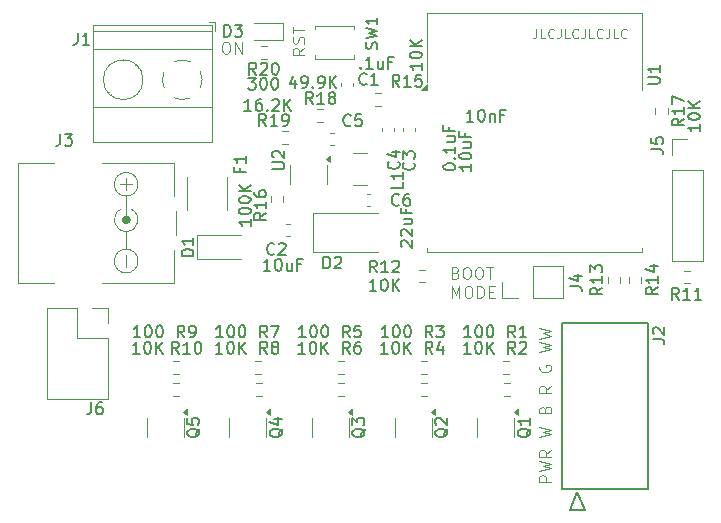
<source format=gbr>
%TF.GenerationSoftware,KiCad,Pcbnew,8.0.1-8.0.1-0~ubuntu23.10.1*%
%TF.CreationDate,2024-04-04T11:37:09+03:00*%
%TF.ProjectId,LED driver,4c454420-6472-4697-9665-722e6b696361,rev?*%
%TF.SameCoordinates,Original*%
%TF.FileFunction,Legend,Top*%
%TF.FilePolarity,Positive*%
%FSLAX46Y46*%
G04 Gerber Fmt 4.6, Leading zero omitted, Abs format (unit mm)*
G04 Created by KiCad (PCBNEW 8.0.1-8.0.1-0~ubuntu23.10.1) date 2024-04-04 11:37:09*
%MOMM*%
%LPD*%
G01*
G04 APERTURE LIST*
%ADD10C,0.100000*%
%ADD11C,0.000000*%
%ADD12C,0.150000*%
%ADD13C,0.120000*%
%ADD14C,0.152400*%
G04 APERTURE END LIST*
D10*
X115408536Y-59759313D02*
X115599012Y-59759313D01*
X115599012Y-59759313D02*
X115694250Y-59806932D01*
X115694250Y-59806932D02*
X115789488Y-59902170D01*
X115789488Y-59902170D02*
X115837107Y-60092646D01*
X115837107Y-60092646D02*
X115837107Y-60425979D01*
X115837107Y-60425979D02*
X115789488Y-60616455D01*
X115789488Y-60616455D02*
X115694250Y-60711694D01*
X115694250Y-60711694D02*
X115599012Y-60759313D01*
X115599012Y-60759313D02*
X115408536Y-60759313D01*
X115408536Y-60759313D02*
X115313298Y-60711694D01*
X115313298Y-60711694D02*
X115218060Y-60616455D01*
X115218060Y-60616455D02*
X115170441Y-60425979D01*
X115170441Y-60425979D02*
X115170441Y-60092646D01*
X115170441Y-60092646D02*
X115218060Y-59902170D01*
X115218060Y-59902170D02*
X115313298Y-59806932D01*
X115313298Y-59806932D02*
X115408536Y-59759313D01*
X116265679Y-60759313D02*
X116265679Y-59759313D01*
X116265679Y-59759313D02*
X116837107Y-60759313D01*
X116837107Y-60759313D02*
X116837107Y-59759313D01*
X134942217Y-79313665D02*
X135085074Y-79361284D01*
X135085074Y-79361284D02*
X135132693Y-79408903D01*
X135132693Y-79408903D02*
X135180312Y-79504141D01*
X135180312Y-79504141D02*
X135180312Y-79646998D01*
X135180312Y-79646998D02*
X135132693Y-79742236D01*
X135132693Y-79742236D02*
X135085074Y-79789856D01*
X135085074Y-79789856D02*
X134989836Y-79837475D01*
X134989836Y-79837475D02*
X134608884Y-79837475D01*
X134608884Y-79837475D02*
X134608884Y-78837475D01*
X134608884Y-78837475D02*
X134942217Y-78837475D01*
X134942217Y-78837475D02*
X135037455Y-78885094D01*
X135037455Y-78885094D02*
X135085074Y-78932713D01*
X135085074Y-78932713D02*
X135132693Y-79027951D01*
X135132693Y-79027951D02*
X135132693Y-79123189D01*
X135132693Y-79123189D02*
X135085074Y-79218427D01*
X135085074Y-79218427D02*
X135037455Y-79266046D01*
X135037455Y-79266046D02*
X134942217Y-79313665D01*
X134942217Y-79313665D02*
X134608884Y-79313665D01*
X135799360Y-78837475D02*
X135989836Y-78837475D01*
X135989836Y-78837475D02*
X136085074Y-78885094D01*
X136085074Y-78885094D02*
X136180312Y-78980332D01*
X136180312Y-78980332D02*
X136227931Y-79170808D01*
X136227931Y-79170808D02*
X136227931Y-79504141D01*
X136227931Y-79504141D02*
X136180312Y-79694617D01*
X136180312Y-79694617D02*
X136085074Y-79789856D01*
X136085074Y-79789856D02*
X135989836Y-79837475D01*
X135989836Y-79837475D02*
X135799360Y-79837475D01*
X135799360Y-79837475D02*
X135704122Y-79789856D01*
X135704122Y-79789856D02*
X135608884Y-79694617D01*
X135608884Y-79694617D02*
X135561265Y-79504141D01*
X135561265Y-79504141D02*
X135561265Y-79170808D01*
X135561265Y-79170808D02*
X135608884Y-78980332D01*
X135608884Y-78980332D02*
X135704122Y-78885094D01*
X135704122Y-78885094D02*
X135799360Y-78837475D01*
X136846979Y-78837475D02*
X137037455Y-78837475D01*
X137037455Y-78837475D02*
X137132693Y-78885094D01*
X137132693Y-78885094D02*
X137227931Y-78980332D01*
X137227931Y-78980332D02*
X137275550Y-79170808D01*
X137275550Y-79170808D02*
X137275550Y-79504141D01*
X137275550Y-79504141D02*
X137227931Y-79694617D01*
X137227931Y-79694617D02*
X137132693Y-79789856D01*
X137132693Y-79789856D02*
X137037455Y-79837475D01*
X137037455Y-79837475D02*
X136846979Y-79837475D01*
X136846979Y-79837475D02*
X136751741Y-79789856D01*
X136751741Y-79789856D02*
X136656503Y-79694617D01*
X136656503Y-79694617D02*
X136608884Y-79504141D01*
X136608884Y-79504141D02*
X136608884Y-79170808D01*
X136608884Y-79170808D02*
X136656503Y-78980332D01*
X136656503Y-78980332D02*
X136751741Y-78885094D01*
X136751741Y-78885094D02*
X136846979Y-78837475D01*
X137561265Y-78837475D02*
X138132693Y-78837475D01*
X137846979Y-79837475D02*
X137846979Y-78837475D01*
X134608884Y-81447419D02*
X134608884Y-80447419D01*
X134608884Y-80447419D02*
X134942217Y-81161704D01*
X134942217Y-81161704D02*
X135275550Y-80447419D01*
X135275550Y-80447419D02*
X135275550Y-81447419D01*
X135942217Y-80447419D02*
X136132693Y-80447419D01*
X136132693Y-80447419D02*
X136227931Y-80495038D01*
X136227931Y-80495038D02*
X136323169Y-80590276D01*
X136323169Y-80590276D02*
X136370788Y-80780752D01*
X136370788Y-80780752D02*
X136370788Y-81114085D01*
X136370788Y-81114085D02*
X136323169Y-81304561D01*
X136323169Y-81304561D02*
X136227931Y-81399800D01*
X136227931Y-81399800D02*
X136132693Y-81447419D01*
X136132693Y-81447419D02*
X135942217Y-81447419D01*
X135942217Y-81447419D02*
X135846979Y-81399800D01*
X135846979Y-81399800D02*
X135751741Y-81304561D01*
X135751741Y-81304561D02*
X135704122Y-81114085D01*
X135704122Y-81114085D02*
X135704122Y-80780752D01*
X135704122Y-80780752D02*
X135751741Y-80590276D01*
X135751741Y-80590276D02*
X135846979Y-80495038D01*
X135846979Y-80495038D02*
X135942217Y-80447419D01*
X136799360Y-81447419D02*
X136799360Y-80447419D01*
X136799360Y-80447419D02*
X137037455Y-80447419D01*
X137037455Y-80447419D02*
X137180312Y-80495038D01*
X137180312Y-80495038D02*
X137275550Y-80590276D01*
X137275550Y-80590276D02*
X137323169Y-80685514D01*
X137323169Y-80685514D02*
X137370788Y-80875990D01*
X137370788Y-80875990D02*
X137370788Y-81018847D01*
X137370788Y-81018847D02*
X137323169Y-81209323D01*
X137323169Y-81209323D02*
X137275550Y-81304561D01*
X137275550Y-81304561D02*
X137180312Y-81399800D01*
X137180312Y-81399800D02*
X137037455Y-81447419D01*
X137037455Y-81447419D02*
X136799360Y-81447419D01*
X137799360Y-80923609D02*
X138132693Y-80923609D01*
X138275550Y-81447419D02*
X137799360Y-81447419D01*
X137799360Y-81447419D02*
X137799360Y-80447419D01*
X137799360Y-80447419D02*
X138275550Y-80447419D01*
X122148723Y-60289339D02*
X121672532Y-60622672D01*
X122148723Y-60860767D02*
X121148723Y-60860767D01*
X121148723Y-60860767D02*
X121148723Y-60479815D01*
X121148723Y-60479815D02*
X121196342Y-60384577D01*
X121196342Y-60384577D02*
X121243961Y-60336958D01*
X121243961Y-60336958D02*
X121339199Y-60289339D01*
X121339199Y-60289339D02*
X121482056Y-60289339D01*
X121482056Y-60289339D02*
X121577294Y-60336958D01*
X121577294Y-60336958D02*
X121624913Y-60384577D01*
X121624913Y-60384577D02*
X121672532Y-60479815D01*
X121672532Y-60479815D02*
X121672532Y-60860767D01*
X122101104Y-59908386D02*
X122148723Y-59765529D01*
X122148723Y-59765529D02*
X122148723Y-59527434D01*
X122148723Y-59527434D02*
X122101104Y-59432196D01*
X122101104Y-59432196D02*
X122053484Y-59384577D01*
X122053484Y-59384577D02*
X121958246Y-59336958D01*
X121958246Y-59336958D02*
X121863008Y-59336958D01*
X121863008Y-59336958D02*
X121767770Y-59384577D01*
X121767770Y-59384577D02*
X121720151Y-59432196D01*
X121720151Y-59432196D02*
X121672532Y-59527434D01*
X121672532Y-59527434D02*
X121624913Y-59717910D01*
X121624913Y-59717910D02*
X121577294Y-59813148D01*
X121577294Y-59813148D02*
X121529675Y-59860767D01*
X121529675Y-59860767D02*
X121434437Y-59908386D01*
X121434437Y-59908386D02*
X121339199Y-59908386D01*
X121339199Y-59908386D02*
X121243961Y-59860767D01*
X121243961Y-59860767D02*
X121196342Y-59813148D01*
X121196342Y-59813148D02*
X121148723Y-59717910D01*
X121148723Y-59717910D02*
X121148723Y-59479815D01*
X121148723Y-59479815D02*
X121196342Y-59336958D01*
X121148723Y-59051243D02*
X121148723Y-58479815D01*
X122148723Y-58765529D02*
X121148723Y-58765529D01*
X107055000Y-74452960D02*
X107055000Y-72825000D01*
X107555000Y-71825000D02*
X106555000Y-71825000D01*
X108055000Y-78325000D02*
G75*
G02*
X106055000Y-78325000I-1000000J0D01*
G01*
X106055000Y-78325000D02*
G75*
G02*
X108055000Y-78325000I1000000J0D01*
G01*
D11*
G36*
X107169967Y-74471169D02*
G01*
X107273680Y-74524013D01*
X107355987Y-74606320D01*
X107408831Y-74710033D01*
X107427040Y-74825000D01*
X107408831Y-74939967D01*
X107355987Y-75043680D01*
X107273680Y-75125987D01*
X107169967Y-75178831D01*
X107055000Y-75197040D01*
X106940033Y-75178831D01*
X106836320Y-75125987D01*
X106754013Y-75043680D01*
X106701169Y-74939967D01*
X106682960Y-74825000D01*
X106701169Y-74710033D01*
X106754013Y-74606320D01*
X106836320Y-74524013D01*
X106940033Y-74471169D01*
X107055000Y-74452960D01*
X107169967Y-74471169D01*
G37*
D10*
X107055000Y-72325000D02*
X107055000Y-71325000D01*
X108055000Y-71825000D02*
G75*
G02*
X106055000Y-71825000I-1000000J0D01*
G01*
X106055000Y-71825000D02*
G75*
G02*
X108055000Y-71825000I1000000J0D01*
G01*
X107055000Y-75825000D02*
X107055000Y-77325000D01*
X107502213Y-73930574D02*
G75*
G02*
X106607787Y-73930574I-447213J-894426D01*
G01*
X107055000Y-78825000D02*
X107055000Y-77825000D01*
X143043428Y-97030739D02*
X142043428Y-97030739D01*
X142043428Y-97030739D02*
X142043428Y-96649787D01*
X142043428Y-96649787D02*
X142091047Y-96554549D01*
X142091047Y-96554549D02*
X142138666Y-96506930D01*
X142138666Y-96506930D02*
X142233904Y-96459311D01*
X142233904Y-96459311D02*
X142376761Y-96459311D01*
X142376761Y-96459311D02*
X142471999Y-96506930D01*
X142471999Y-96506930D02*
X142519618Y-96554549D01*
X142519618Y-96554549D02*
X142567237Y-96649787D01*
X142567237Y-96649787D02*
X142567237Y-97030739D01*
X142043428Y-96125977D02*
X143043428Y-95887882D01*
X143043428Y-95887882D02*
X142329142Y-95697406D01*
X142329142Y-95697406D02*
X143043428Y-95506930D01*
X143043428Y-95506930D02*
X142043428Y-95268835D01*
X143043428Y-94316454D02*
X142567237Y-94649787D01*
X143043428Y-94887882D02*
X142043428Y-94887882D01*
X142043428Y-94887882D02*
X142043428Y-94506930D01*
X142043428Y-94506930D02*
X142091047Y-94411692D01*
X142091047Y-94411692D02*
X142138666Y-94364073D01*
X142138666Y-94364073D02*
X142233904Y-94316454D01*
X142233904Y-94316454D02*
X142376761Y-94316454D01*
X142376761Y-94316454D02*
X142471999Y-94364073D01*
X142471999Y-94364073D02*
X142519618Y-94411692D01*
X142519618Y-94411692D02*
X142567237Y-94506930D01*
X142567237Y-94506930D02*
X142567237Y-94887882D01*
X142043428Y-93221215D02*
X143043428Y-92983120D01*
X143043428Y-92983120D02*
X142329142Y-92792644D01*
X142329142Y-92792644D02*
X143043428Y-92602168D01*
X143043428Y-92602168D02*
X142043428Y-92364073D01*
X142519618Y-90887882D02*
X142567237Y-90745025D01*
X142567237Y-90745025D02*
X142614856Y-90697406D01*
X142614856Y-90697406D02*
X142710094Y-90649787D01*
X142710094Y-90649787D02*
X142852951Y-90649787D01*
X142852951Y-90649787D02*
X142948189Y-90697406D01*
X142948189Y-90697406D02*
X142995809Y-90745025D01*
X142995809Y-90745025D02*
X143043428Y-90840263D01*
X143043428Y-90840263D02*
X143043428Y-91221215D01*
X143043428Y-91221215D02*
X142043428Y-91221215D01*
X142043428Y-91221215D02*
X142043428Y-90887882D01*
X142043428Y-90887882D02*
X142091047Y-90792644D01*
X142091047Y-90792644D02*
X142138666Y-90745025D01*
X142138666Y-90745025D02*
X142233904Y-90697406D01*
X142233904Y-90697406D02*
X142329142Y-90697406D01*
X142329142Y-90697406D02*
X142424380Y-90745025D01*
X142424380Y-90745025D02*
X142471999Y-90792644D01*
X142471999Y-90792644D02*
X142519618Y-90887882D01*
X142519618Y-90887882D02*
X142519618Y-91221215D01*
X143043428Y-88887882D02*
X142567237Y-89221215D01*
X143043428Y-89459310D02*
X142043428Y-89459310D01*
X142043428Y-89459310D02*
X142043428Y-89078358D01*
X142043428Y-89078358D02*
X142091047Y-88983120D01*
X142091047Y-88983120D02*
X142138666Y-88935501D01*
X142138666Y-88935501D02*
X142233904Y-88887882D01*
X142233904Y-88887882D02*
X142376761Y-88887882D01*
X142376761Y-88887882D02*
X142471999Y-88935501D01*
X142471999Y-88935501D02*
X142519618Y-88983120D01*
X142519618Y-88983120D02*
X142567237Y-89078358D01*
X142567237Y-89078358D02*
X142567237Y-89459310D01*
X142091047Y-87173596D02*
X142043428Y-87268834D01*
X142043428Y-87268834D02*
X142043428Y-87411691D01*
X142043428Y-87411691D02*
X142091047Y-87554548D01*
X142091047Y-87554548D02*
X142186285Y-87649786D01*
X142186285Y-87649786D02*
X142281523Y-87697405D01*
X142281523Y-87697405D02*
X142471999Y-87745024D01*
X142471999Y-87745024D02*
X142614856Y-87745024D01*
X142614856Y-87745024D02*
X142805332Y-87697405D01*
X142805332Y-87697405D02*
X142900570Y-87649786D01*
X142900570Y-87649786D02*
X142995809Y-87554548D01*
X142995809Y-87554548D02*
X143043428Y-87411691D01*
X143043428Y-87411691D02*
X143043428Y-87316453D01*
X143043428Y-87316453D02*
X142995809Y-87173596D01*
X142995809Y-87173596D02*
X142948189Y-87125977D01*
X142948189Y-87125977D02*
X142614856Y-87125977D01*
X142614856Y-87125977D02*
X142614856Y-87316453D01*
X142043428Y-86030738D02*
X143043428Y-85792643D01*
X143043428Y-85792643D02*
X142329142Y-85602167D01*
X142329142Y-85602167D02*
X143043428Y-85411691D01*
X143043428Y-85411691D02*
X142043428Y-85173596D01*
X142043428Y-84887881D02*
X143043428Y-84649786D01*
X143043428Y-84649786D02*
X142329142Y-84459310D01*
X142329142Y-84459310D02*
X143043428Y-84268834D01*
X143043428Y-84268834D02*
X142043428Y-84030739D01*
X141789836Y-58671895D02*
X141789836Y-59243323D01*
X141789836Y-59243323D02*
X141751741Y-59357609D01*
X141751741Y-59357609D02*
X141675550Y-59433800D01*
X141675550Y-59433800D02*
X141561265Y-59471895D01*
X141561265Y-59471895D02*
X141485074Y-59471895D01*
X142551741Y-59471895D02*
X142170789Y-59471895D01*
X142170789Y-59471895D02*
X142170789Y-58671895D01*
X143275551Y-59395704D02*
X143237455Y-59433800D01*
X143237455Y-59433800D02*
X143123170Y-59471895D01*
X143123170Y-59471895D02*
X143046979Y-59471895D01*
X143046979Y-59471895D02*
X142932693Y-59433800D01*
X142932693Y-59433800D02*
X142856503Y-59357609D01*
X142856503Y-59357609D02*
X142818408Y-59281419D01*
X142818408Y-59281419D02*
X142780312Y-59129038D01*
X142780312Y-59129038D02*
X142780312Y-59014752D01*
X142780312Y-59014752D02*
X142818408Y-58862371D01*
X142818408Y-58862371D02*
X142856503Y-58786180D01*
X142856503Y-58786180D02*
X142932693Y-58709990D01*
X142932693Y-58709990D02*
X143046979Y-58671895D01*
X143046979Y-58671895D02*
X143123170Y-58671895D01*
X143123170Y-58671895D02*
X143237455Y-58709990D01*
X143237455Y-58709990D02*
X143275551Y-58748085D01*
X143846979Y-58671895D02*
X143846979Y-59243323D01*
X143846979Y-59243323D02*
X143808884Y-59357609D01*
X143808884Y-59357609D02*
X143732693Y-59433800D01*
X143732693Y-59433800D02*
X143618408Y-59471895D01*
X143618408Y-59471895D02*
X143542217Y-59471895D01*
X144608884Y-59471895D02*
X144227932Y-59471895D01*
X144227932Y-59471895D02*
X144227932Y-58671895D01*
X145332694Y-59395704D02*
X145294598Y-59433800D01*
X145294598Y-59433800D02*
X145180313Y-59471895D01*
X145180313Y-59471895D02*
X145104122Y-59471895D01*
X145104122Y-59471895D02*
X144989836Y-59433800D01*
X144989836Y-59433800D02*
X144913646Y-59357609D01*
X144913646Y-59357609D02*
X144875551Y-59281419D01*
X144875551Y-59281419D02*
X144837455Y-59129038D01*
X144837455Y-59129038D02*
X144837455Y-59014752D01*
X144837455Y-59014752D02*
X144875551Y-58862371D01*
X144875551Y-58862371D02*
X144913646Y-58786180D01*
X144913646Y-58786180D02*
X144989836Y-58709990D01*
X144989836Y-58709990D02*
X145104122Y-58671895D01*
X145104122Y-58671895D02*
X145180313Y-58671895D01*
X145180313Y-58671895D02*
X145294598Y-58709990D01*
X145294598Y-58709990D02*
X145332694Y-58748085D01*
X145904122Y-58671895D02*
X145904122Y-59243323D01*
X145904122Y-59243323D02*
X145866027Y-59357609D01*
X145866027Y-59357609D02*
X145789836Y-59433800D01*
X145789836Y-59433800D02*
X145675551Y-59471895D01*
X145675551Y-59471895D02*
X145599360Y-59471895D01*
X146666027Y-59471895D02*
X146285075Y-59471895D01*
X146285075Y-59471895D02*
X146285075Y-58671895D01*
X147389837Y-59395704D02*
X147351741Y-59433800D01*
X147351741Y-59433800D02*
X147237456Y-59471895D01*
X147237456Y-59471895D02*
X147161265Y-59471895D01*
X147161265Y-59471895D02*
X147046979Y-59433800D01*
X147046979Y-59433800D02*
X146970789Y-59357609D01*
X146970789Y-59357609D02*
X146932694Y-59281419D01*
X146932694Y-59281419D02*
X146894598Y-59129038D01*
X146894598Y-59129038D02*
X146894598Y-59014752D01*
X146894598Y-59014752D02*
X146932694Y-58862371D01*
X146932694Y-58862371D02*
X146970789Y-58786180D01*
X146970789Y-58786180D02*
X147046979Y-58709990D01*
X147046979Y-58709990D02*
X147161265Y-58671895D01*
X147161265Y-58671895D02*
X147237456Y-58671895D01*
X147237456Y-58671895D02*
X147351741Y-58709990D01*
X147351741Y-58709990D02*
X147389837Y-58748085D01*
X147961265Y-58671895D02*
X147961265Y-59243323D01*
X147961265Y-59243323D02*
X147923170Y-59357609D01*
X147923170Y-59357609D02*
X147846979Y-59433800D01*
X147846979Y-59433800D02*
X147732694Y-59471895D01*
X147732694Y-59471895D02*
X147656503Y-59471895D01*
X148723170Y-59471895D02*
X148342218Y-59471895D01*
X148342218Y-59471895D02*
X148342218Y-58671895D01*
X149446980Y-59395704D02*
X149408884Y-59433800D01*
X149408884Y-59433800D02*
X149294599Y-59471895D01*
X149294599Y-59471895D02*
X149218408Y-59471895D01*
X149218408Y-59471895D02*
X149104122Y-59433800D01*
X149104122Y-59433800D02*
X149027932Y-59357609D01*
X149027932Y-59357609D02*
X148989837Y-59281419D01*
X148989837Y-59281419D02*
X148951741Y-59129038D01*
X148951741Y-59129038D02*
X148951741Y-59014752D01*
X148951741Y-59014752D02*
X148989837Y-58862371D01*
X148989837Y-58862371D02*
X149027932Y-58786180D01*
X149027932Y-58786180D02*
X149104122Y-58709990D01*
X149104122Y-58709990D02*
X149218408Y-58671895D01*
X149218408Y-58671895D02*
X149294599Y-58671895D01*
X149294599Y-58671895D02*
X149408884Y-58709990D01*
X149408884Y-58709990D02*
X149446980Y-58748085D01*
D12*
X128285607Y-60374009D02*
X128333226Y-60231152D01*
X128333226Y-60231152D02*
X128333226Y-59993057D01*
X128333226Y-59993057D02*
X128285607Y-59897819D01*
X128285607Y-59897819D02*
X128237987Y-59850200D01*
X128237987Y-59850200D02*
X128142749Y-59802581D01*
X128142749Y-59802581D02*
X128047511Y-59802581D01*
X128047511Y-59802581D02*
X127952273Y-59850200D01*
X127952273Y-59850200D02*
X127904654Y-59897819D01*
X127904654Y-59897819D02*
X127857035Y-59993057D01*
X127857035Y-59993057D02*
X127809416Y-60183533D01*
X127809416Y-60183533D02*
X127761797Y-60278771D01*
X127761797Y-60278771D02*
X127714178Y-60326390D01*
X127714178Y-60326390D02*
X127618940Y-60374009D01*
X127618940Y-60374009D02*
X127523702Y-60374009D01*
X127523702Y-60374009D02*
X127428464Y-60326390D01*
X127428464Y-60326390D02*
X127380845Y-60278771D01*
X127380845Y-60278771D02*
X127333226Y-60183533D01*
X127333226Y-60183533D02*
X127333226Y-59945438D01*
X127333226Y-59945438D02*
X127380845Y-59802581D01*
X127333226Y-59469247D02*
X128333226Y-59231152D01*
X128333226Y-59231152D02*
X127618940Y-59040676D01*
X127618940Y-59040676D02*
X128333226Y-58850200D01*
X128333226Y-58850200D02*
X127333226Y-58612105D01*
X128333226Y-57707343D02*
X128333226Y-58278771D01*
X128333226Y-57993057D02*
X127333226Y-57993057D01*
X127333226Y-57993057D02*
X127476083Y-58088295D01*
X127476083Y-58088295D02*
X127571321Y-58183533D01*
X127571321Y-58183533D02*
X127618940Y-58278771D01*
X151220422Y-63319995D02*
X152029945Y-63319995D01*
X152029945Y-63319995D02*
X152125183Y-63272376D01*
X152125183Y-63272376D02*
X152172803Y-63224757D01*
X152172803Y-63224757D02*
X152220422Y-63129519D01*
X152220422Y-63129519D02*
X152220422Y-62939043D01*
X152220422Y-62939043D02*
X152172803Y-62843805D01*
X152172803Y-62843805D02*
X152125183Y-62796186D01*
X152125183Y-62796186D02*
X152029945Y-62748567D01*
X152029945Y-62748567D02*
X151220422Y-62748567D01*
X152220422Y-61748567D02*
X152220422Y-62319995D01*
X152220422Y-62034281D02*
X151220422Y-62034281D01*
X151220422Y-62034281D02*
X151363279Y-62129519D01*
X151363279Y-62129519D02*
X151458517Y-62224757D01*
X151458517Y-62224757D02*
X151506136Y-62319995D01*
X130180973Y-63563481D02*
X129847640Y-63087290D01*
X129609545Y-63563481D02*
X129609545Y-62563481D01*
X129609545Y-62563481D02*
X129990497Y-62563481D01*
X129990497Y-62563481D02*
X130085735Y-62611100D01*
X130085735Y-62611100D02*
X130133354Y-62658719D01*
X130133354Y-62658719D02*
X130180973Y-62753957D01*
X130180973Y-62753957D02*
X130180973Y-62896814D01*
X130180973Y-62896814D02*
X130133354Y-62992052D01*
X130133354Y-62992052D02*
X130085735Y-63039671D01*
X130085735Y-63039671D02*
X129990497Y-63087290D01*
X129990497Y-63087290D02*
X129609545Y-63087290D01*
X131133354Y-63563481D02*
X130561926Y-63563481D01*
X130847640Y-63563481D02*
X130847640Y-62563481D01*
X130847640Y-62563481D02*
X130752402Y-62706338D01*
X130752402Y-62706338D02*
X130657164Y-62801576D01*
X130657164Y-62801576D02*
X130561926Y-62849195D01*
X132038116Y-62563481D02*
X131561926Y-62563481D01*
X131561926Y-62563481D02*
X131514307Y-63039671D01*
X131514307Y-63039671D02*
X131561926Y-62992052D01*
X131561926Y-62992052D02*
X131657164Y-62944433D01*
X131657164Y-62944433D02*
X131895259Y-62944433D01*
X131895259Y-62944433D02*
X131990497Y-62992052D01*
X131990497Y-62992052D02*
X132038116Y-63039671D01*
X132038116Y-63039671D02*
X132085735Y-63134909D01*
X132085735Y-63134909D02*
X132085735Y-63373004D01*
X132085735Y-63373004D02*
X132038116Y-63468242D01*
X132038116Y-63468242D02*
X131990497Y-63515862D01*
X131990497Y-63515862D02*
X131895259Y-63563481D01*
X131895259Y-63563481D02*
X131657164Y-63563481D01*
X131657164Y-63563481D02*
X131561926Y-63515862D01*
X131561926Y-63515862D02*
X131514307Y-63468242D01*
X132064730Y-61540443D02*
X132064730Y-62111871D01*
X132064730Y-61826157D02*
X131064730Y-61826157D01*
X131064730Y-61826157D02*
X131207587Y-61921395D01*
X131207587Y-61921395D02*
X131302825Y-62016633D01*
X131302825Y-62016633D02*
X131350444Y-62111871D01*
X131064730Y-60921395D02*
X131064730Y-60826157D01*
X131064730Y-60826157D02*
X131112349Y-60730919D01*
X131112349Y-60730919D02*
X131159968Y-60683300D01*
X131159968Y-60683300D02*
X131255206Y-60635681D01*
X131255206Y-60635681D02*
X131445682Y-60588062D01*
X131445682Y-60588062D02*
X131683777Y-60588062D01*
X131683777Y-60588062D02*
X131874253Y-60635681D01*
X131874253Y-60635681D02*
X131969491Y-60683300D01*
X131969491Y-60683300D02*
X132017111Y-60730919D01*
X132017111Y-60730919D02*
X132064730Y-60826157D01*
X132064730Y-60826157D02*
X132064730Y-60921395D01*
X132064730Y-60921395D02*
X132017111Y-61016633D01*
X132017111Y-61016633D02*
X131969491Y-61064252D01*
X131969491Y-61064252D02*
X131874253Y-61111871D01*
X131874253Y-61111871D02*
X131683777Y-61159490D01*
X131683777Y-61159490D02*
X131445682Y-61159490D01*
X131445682Y-61159490D02*
X131255206Y-61111871D01*
X131255206Y-61111871D02*
X131159968Y-61064252D01*
X131159968Y-61064252D02*
X131112349Y-61016633D01*
X131112349Y-61016633D02*
X131064730Y-60921395D01*
X132064730Y-60159490D02*
X131064730Y-60159490D01*
X132064730Y-59588062D02*
X131493301Y-60016633D01*
X131064730Y-59588062D02*
X131636158Y-60159490D01*
X128266684Y-79288915D02*
X127933351Y-78812724D01*
X127695256Y-79288915D02*
X127695256Y-78288915D01*
X127695256Y-78288915D02*
X128076208Y-78288915D01*
X128076208Y-78288915D02*
X128171446Y-78336534D01*
X128171446Y-78336534D02*
X128219065Y-78384153D01*
X128219065Y-78384153D02*
X128266684Y-78479391D01*
X128266684Y-78479391D02*
X128266684Y-78622248D01*
X128266684Y-78622248D02*
X128219065Y-78717486D01*
X128219065Y-78717486D02*
X128171446Y-78765105D01*
X128171446Y-78765105D02*
X128076208Y-78812724D01*
X128076208Y-78812724D02*
X127695256Y-78812724D01*
X129219065Y-79288915D02*
X128647637Y-79288915D01*
X128933351Y-79288915D02*
X128933351Y-78288915D01*
X128933351Y-78288915D02*
X128838113Y-78431772D01*
X128838113Y-78431772D02*
X128742875Y-78527010D01*
X128742875Y-78527010D02*
X128647637Y-78574629D01*
X129600018Y-78384153D02*
X129647637Y-78336534D01*
X129647637Y-78336534D02*
X129742875Y-78288915D01*
X129742875Y-78288915D02*
X129980970Y-78288915D01*
X129980970Y-78288915D02*
X130076208Y-78336534D01*
X130076208Y-78336534D02*
X130123827Y-78384153D01*
X130123827Y-78384153D02*
X130171446Y-78479391D01*
X130171446Y-78479391D02*
X130171446Y-78574629D01*
X130171446Y-78574629D02*
X130123827Y-78717486D01*
X130123827Y-78717486D02*
X129552399Y-79288915D01*
X129552399Y-79288915D02*
X130171446Y-79288915D01*
X128242620Y-80840289D02*
X127671192Y-80840289D01*
X127956906Y-80840289D02*
X127956906Y-79840289D01*
X127956906Y-79840289D02*
X127861668Y-79983146D01*
X127861668Y-79983146D02*
X127766430Y-80078384D01*
X127766430Y-80078384D02*
X127671192Y-80126003D01*
X128861668Y-79840289D02*
X128956906Y-79840289D01*
X128956906Y-79840289D02*
X129052144Y-79887908D01*
X129052144Y-79887908D02*
X129099763Y-79935527D01*
X129099763Y-79935527D02*
X129147382Y-80030765D01*
X129147382Y-80030765D02*
X129195001Y-80221241D01*
X129195001Y-80221241D02*
X129195001Y-80459336D01*
X129195001Y-80459336D02*
X129147382Y-80649812D01*
X129147382Y-80649812D02*
X129099763Y-80745050D01*
X129099763Y-80745050D02*
X129052144Y-80792670D01*
X129052144Y-80792670D02*
X128956906Y-80840289D01*
X128956906Y-80840289D02*
X128861668Y-80840289D01*
X128861668Y-80840289D02*
X128766430Y-80792670D01*
X128766430Y-80792670D02*
X128718811Y-80745050D01*
X128718811Y-80745050D02*
X128671192Y-80649812D01*
X128671192Y-80649812D02*
X128623573Y-80459336D01*
X128623573Y-80459336D02*
X128623573Y-80221241D01*
X128623573Y-80221241D02*
X128671192Y-80030765D01*
X128671192Y-80030765D02*
X128718811Y-79935527D01*
X128718811Y-79935527D02*
X128766430Y-79887908D01*
X128766430Y-79887908D02*
X128861668Y-79840289D01*
X129623573Y-80840289D02*
X129623573Y-79840289D01*
X130195001Y-80840289D02*
X129766430Y-80268860D01*
X130195001Y-79840289D02*
X129623573Y-80411717D01*
X153861341Y-81581066D02*
X153528008Y-81104875D01*
X153289913Y-81581066D02*
X153289913Y-80581066D01*
X153289913Y-80581066D02*
X153670865Y-80581066D01*
X153670865Y-80581066D02*
X153766103Y-80628685D01*
X153766103Y-80628685D02*
X153813722Y-80676304D01*
X153813722Y-80676304D02*
X153861341Y-80771542D01*
X153861341Y-80771542D02*
X153861341Y-80914399D01*
X153861341Y-80914399D02*
X153813722Y-81009637D01*
X153813722Y-81009637D02*
X153766103Y-81057256D01*
X153766103Y-81057256D02*
X153670865Y-81104875D01*
X153670865Y-81104875D02*
X153289913Y-81104875D01*
X154813722Y-81581066D02*
X154242294Y-81581066D01*
X154528008Y-81581066D02*
X154528008Y-80581066D01*
X154528008Y-80581066D02*
X154432770Y-80723923D01*
X154432770Y-80723923D02*
X154337532Y-80819161D01*
X154337532Y-80819161D02*
X154242294Y-80866780D01*
X155766103Y-81581066D02*
X155194675Y-81581066D01*
X155480389Y-81581066D02*
X155480389Y-80581066D01*
X155480389Y-80581066D02*
X155385151Y-80723923D01*
X155385151Y-80723923D02*
X155289913Y-80819161D01*
X155289913Y-80819161D02*
X155194675Y-80866780D01*
X130469472Y-71655502D02*
X130469472Y-72131692D01*
X130469472Y-72131692D02*
X129469472Y-72131692D01*
X130469472Y-70798359D02*
X130469472Y-71369787D01*
X130469472Y-71084073D02*
X129469472Y-71084073D01*
X129469472Y-71084073D02*
X129612329Y-71179311D01*
X129612329Y-71179311D02*
X129707567Y-71274549D01*
X129707567Y-71274549D02*
X129755186Y-71369787D01*
X104090623Y-90288267D02*
X104090623Y-91002552D01*
X104090623Y-91002552D02*
X104043004Y-91145409D01*
X104043004Y-91145409D02*
X103947766Y-91240648D01*
X103947766Y-91240648D02*
X103804909Y-91288267D01*
X103804909Y-91288267D02*
X103709671Y-91288267D01*
X104995385Y-90288267D02*
X104804909Y-90288267D01*
X104804909Y-90288267D02*
X104709671Y-90335886D01*
X104709671Y-90335886D02*
X104662052Y-90383505D01*
X104662052Y-90383505D02*
X104566814Y-90526362D01*
X104566814Y-90526362D02*
X104519195Y-90716838D01*
X104519195Y-90716838D02*
X104519195Y-91097790D01*
X104519195Y-91097790D02*
X104566814Y-91193028D01*
X104566814Y-91193028D02*
X104614433Y-91240648D01*
X104614433Y-91240648D02*
X104709671Y-91288267D01*
X104709671Y-91288267D02*
X104900147Y-91288267D01*
X104900147Y-91288267D02*
X104995385Y-91240648D01*
X104995385Y-91240648D02*
X105043004Y-91193028D01*
X105043004Y-91193028D02*
X105090623Y-91097790D01*
X105090623Y-91097790D02*
X105090623Y-90859695D01*
X105090623Y-90859695D02*
X105043004Y-90764457D01*
X105043004Y-90764457D02*
X104995385Y-90716838D01*
X104995385Y-90716838D02*
X104900147Y-90669219D01*
X104900147Y-90669219D02*
X104709671Y-90669219D01*
X104709671Y-90669219D02*
X104614433Y-90716838D01*
X104614433Y-90716838D02*
X104566814Y-90764457D01*
X104566814Y-90764457D02*
X104519195Y-90859695D01*
X151518333Y-68844809D02*
X152232618Y-68844809D01*
X152232618Y-68844809D02*
X152375475Y-68892428D01*
X152375475Y-68892428D02*
X152470714Y-68987666D01*
X152470714Y-68987666D02*
X152518333Y-69130523D01*
X152518333Y-69130523D02*
X152518333Y-69225761D01*
X151518333Y-67892428D02*
X151518333Y-68368618D01*
X151518333Y-68368618D02*
X151994523Y-68416237D01*
X151994523Y-68416237D02*
X151946904Y-68368618D01*
X151946904Y-68368618D02*
X151899285Y-68273380D01*
X151899285Y-68273380D02*
X151899285Y-68035285D01*
X151899285Y-68035285D02*
X151946904Y-67940047D01*
X151946904Y-67940047D02*
X151994523Y-67892428D01*
X151994523Y-67892428D02*
X152089761Y-67844809D01*
X152089761Y-67844809D02*
X152327856Y-67844809D01*
X152327856Y-67844809D02*
X152423094Y-67892428D01*
X152423094Y-67892428D02*
X152470714Y-67940047D01*
X152470714Y-67940047D02*
X152518333Y-68035285D01*
X152518333Y-68035285D02*
X152518333Y-68273380D01*
X152518333Y-68273380D02*
X152470714Y-68368618D01*
X152470714Y-68368618D02*
X152423094Y-68416237D01*
X144637923Y-80460534D02*
X145352208Y-80460534D01*
X145352208Y-80460534D02*
X145495065Y-80508153D01*
X145495065Y-80508153D02*
X145590304Y-80603391D01*
X145590304Y-80603391D02*
X145637923Y-80746248D01*
X145637923Y-80746248D02*
X145637923Y-80841486D01*
X144971256Y-79555772D02*
X145637923Y-79555772D01*
X144590304Y-79793867D02*
X145304589Y-80031962D01*
X145304589Y-80031962D02*
X145304589Y-79412915D01*
X101466666Y-67554819D02*
X101466666Y-68269104D01*
X101466666Y-68269104D02*
X101419047Y-68411961D01*
X101419047Y-68411961D02*
X101323809Y-68507200D01*
X101323809Y-68507200D02*
X101180952Y-68554819D01*
X101180952Y-68554819D02*
X101085714Y-68554819D01*
X101847619Y-67554819D02*
X102466666Y-67554819D01*
X102466666Y-67554819D02*
X102133333Y-67935771D01*
X102133333Y-67935771D02*
X102276190Y-67935771D01*
X102276190Y-67935771D02*
X102371428Y-67983390D01*
X102371428Y-67983390D02*
X102419047Y-68031009D01*
X102419047Y-68031009D02*
X102466666Y-68126247D01*
X102466666Y-68126247D02*
X102466666Y-68364342D01*
X102466666Y-68364342D02*
X102419047Y-68459580D01*
X102419047Y-68459580D02*
X102371428Y-68507200D01*
X102371428Y-68507200D02*
X102276190Y-68554819D01*
X102276190Y-68554819D02*
X101990476Y-68554819D01*
X101990476Y-68554819D02*
X101895238Y-68507200D01*
X101895238Y-68507200D02*
X101847619Y-68459580D01*
X120306792Y-92507389D02*
X120259173Y-92602627D01*
X120259173Y-92602627D02*
X120163935Y-92697865D01*
X120163935Y-92697865D02*
X120021077Y-92840722D01*
X120021077Y-92840722D02*
X119973458Y-92935960D01*
X119973458Y-92935960D02*
X119973458Y-93031198D01*
X120211554Y-92983579D02*
X120163935Y-93078817D01*
X120163935Y-93078817D02*
X120068696Y-93174055D01*
X120068696Y-93174055D02*
X119878220Y-93221674D01*
X119878220Y-93221674D02*
X119544887Y-93221674D01*
X119544887Y-93221674D02*
X119354411Y-93174055D01*
X119354411Y-93174055D02*
X119259173Y-93078817D01*
X119259173Y-93078817D02*
X119211554Y-92983579D01*
X119211554Y-92983579D02*
X119211554Y-92793103D01*
X119211554Y-92793103D02*
X119259173Y-92697865D01*
X119259173Y-92697865D02*
X119354411Y-92602627D01*
X119354411Y-92602627D02*
X119544887Y-92555008D01*
X119544887Y-92555008D02*
X119878220Y-92555008D01*
X119878220Y-92555008D02*
X120068696Y-92602627D01*
X120068696Y-92602627D02*
X120163935Y-92697865D01*
X120163935Y-92697865D02*
X120211554Y-92793103D01*
X120211554Y-92793103D02*
X120211554Y-92983579D01*
X119544887Y-91697865D02*
X120211554Y-91697865D01*
X119163935Y-91935960D02*
X119878220Y-92174055D01*
X119878220Y-92174055D02*
X119878220Y-91555008D01*
X139991171Y-84788972D02*
X139657838Y-84312781D01*
X139419743Y-84788972D02*
X139419743Y-83788972D01*
X139419743Y-83788972D02*
X139800695Y-83788972D01*
X139800695Y-83788972D02*
X139895933Y-83836591D01*
X139895933Y-83836591D02*
X139943552Y-83884210D01*
X139943552Y-83884210D02*
X139991171Y-83979448D01*
X139991171Y-83979448D02*
X139991171Y-84122305D01*
X139991171Y-84122305D02*
X139943552Y-84217543D01*
X139943552Y-84217543D02*
X139895933Y-84265162D01*
X139895933Y-84265162D02*
X139800695Y-84312781D01*
X139800695Y-84312781D02*
X139419743Y-84312781D01*
X140943552Y-84788972D02*
X140372124Y-84788972D01*
X140657838Y-84788972D02*
X140657838Y-83788972D01*
X140657838Y-83788972D02*
X140562600Y-83931829D01*
X140562600Y-83931829D02*
X140467362Y-84027067D01*
X140467362Y-84027067D02*
X140372124Y-84074686D01*
X136253368Y-84778954D02*
X135681940Y-84778954D01*
X135967654Y-84778954D02*
X135967654Y-83778954D01*
X135967654Y-83778954D02*
X135872416Y-83921811D01*
X135872416Y-83921811D02*
X135777178Y-84017049D01*
X135777178Y-84017049D02*
X135681940Y-84064668D01*
X136872416Y-83778954D02*
X136967654Y-83778954D01*
X136967654Y-83778954D02*
X137062892Y-83826573D01*
X137062892Y-83826573D02*
X137110511Y-83874192D01*
X137110511Y-83874192D02*
X137158130Y-83969430D01*
X137158130Y-83969430D02*
X137205749Y-84159906D01*
X137205749Y-84159906D02*
X137205749Y-84398001D01*
X137205749Y-84398001D02*
X137158130Y-84588477D01*
X137158130Y-84588477D02*
X137110511Y-84683715D01*
X137110511Y-84683715D02*
X137062892Y-84731335D01*
X137062892Y-84731335D02*
X136967654Y-84778954D01*
X136967654Y-84778954D02*
X136872416Y-84778954D01*
X136872416Y-84778954D02*
X136777178Y-84731335D01*
X136777178Y-84731335D02*
X136729559Y-84683715D01*
X136729559Y-84683715D02*
X136681940Y-84588477D01*
X136681940Y-84588477D02*
X136634321Y-84398001D01*
X136634321Y-84398001D02*
X136634321Y-84159906D01*
X136634321Y-84159906D02*
X136681940Y-83969430D01*
X136681940Y-83969430D02*
X136729559Y-83874192D01*
X136729559Y-83874192D02*
X136777178Y-83826573D01*
X136777178Y-83826573D02*
X136872416Y-83778954D01*
X137824797Y-83778954D02*
X137920035Y-83778954D01*
X137920035Y-83778954D02*
X138015273Y-83826573D01*
X138015273Y-83826573D02*
X138062892Y-83874192D01*
X138062892Y-83874192D02*
X138110511Y-83969430D01*
X138110511Y-83969430D02*
X138158130Y-84159906D01*
X138158130Y-84159906D02*
X138158130Y-84398001D01*
X138158130Y-84398001D02*
X138110511Y-84588477D01*
X138110511Y-84588477D02*
X138062892Y-84683715D01*
X138062892Y-84683715D02*
X138015273Y-84731335D01*
X138015273Y-84731335D02*
X137920035Y-84778954D01*
X137920035Y-84778954D02*
X137824797Y-84778954D01*
X137824797Y-84778954D02*
X137729559Y-84731335D01*
X137729559Y-84731335D02*
X137681940Y-84683715D01*
X137681940Y-84683715D02*
X137634321Y-84588477D01*
X137634321Y-84588477D02*
X137586702Y-84398001D01*
X137586702Y-84398001D02*
X137586702Y-84159906D01*
X137586702Y-84159906D02*
X137634321Y-83969430D01*
X137634321Y-83969430D02*
X137681940Y-83874192D01*
X137681940Y-83874192D02*
X137729559Y-83826573D01*
X137729559Y-83826573D02*
X137824797Y-83778954D01*
X113306792Y-92507389D02*
X113259173Y-92602627D01*
X113259173Y-92602627D02*
X113163935Y-92697865D01*
X113163935Y-92697865D02*
X113021077Y-92840722D01*
X113021077Y-92840722D02*
X112973458Y-92935960D01*
X112973458Y-92935960D02*
X112973458Y-93031198D01*
X113211554Y-92983579D02*
X113163935Y-93078817D01*
X113163935Y-93078817D02*
X113068696Y-93174055D01*
X113068696Y-93174055D02*
X112878220Y-93221674D01*
X112878220Y-93221674D02*
X112544887Y-93221674D01*
X112544887Y-93221674D02*
X112354411Y-93174055D01*
X112354411Y-93174055D02*
X112259173Y-93078817D01*
X112259173Y-93078817D02*
X112211554Y-92983579D01*
X112211554Y-92983579D02*
X112211554Y-92793103D01*
X112211554Y-92793103D02*
X112259173Y-92697865D01*
X112259173Y-92697865D02*
X112354411Y-92602627D01*
X112354411Y-92602627D02*
X112544887Y-92555008D01*
X112544887Y-92555008D02*
X112878220Y-92555008D01*
X112878220Y-92555008D02*
X113068696Y-92602627D01*
X113068696Y-92602627D02*
X113163935Y-92697865D01*
X113163935Y-92697865D02*
X113211554Y-92793103D01*
X113211554Y-92793103D02*
X113211554Y-92983579D01*
X112211554Y-91650246D02*
X112211554Y-92126436D01*
X112211554Y-92126436D02*
X112687744Y-92174055D01*
X112687744Y-92174055D02*
X112640125Y-92126436D01*
X112640125Y-92126436D02*
X112592506Y-92031198D01*
X112592506Y-92031198D02*
X112592506Y-91793103D01*
X112592506Y-91793103D02*
X112640125Y-91697865D01*
X112640125Y-91697865D02*
X112687744Y-91650246D01*
X112687744Y-91650246D02*
X112782982Y-91602627D01*
X112782982Y-91602627D02*
X113021077Y-91602627D01*
X113021077Y-91602627D02*
X113116315Y-91650246D01*
X113116315Y-91650246D02*
X113163935Y-91697865D01*
X113163935Y-91697865D02*
X113211554Y-91793103D01*
X113211554Y-91793103D02*
X113211554Y-92031198D01*
X113211554Y-92031198D02*
X113163935Y-92126436D01*
X113163935Y-92126436D02*
X113116315Y-92174055D01*
X147362194Y-80565272D02*
X146886003Y-80898605D01*
X147362194Y-81136700D02*
X146362194Y-81136700D01*
X146362194Y-81136700D02*
X146362194Y-80755748D01*
X146362194Y-80755748D02*
X146409813Y-80660510D01*
X146409813Y-80660510D02*
X146457432Y-80612891D01*
X146457432Y-80612891D02*
X146552670Y-80565272D01*
X146552670Y-80565272D02*
X146695527Y-80565272D01*
X146695527Y-80565272D02*
X146790765Y-80612891D01*
X146790765Y-80612891D02*
X146838384Y-80660510D01*
X146838384Y-80660510D02*
X146886003Y-80755748D01*
X146886003Y-80755748D02*
X146886003Y-81136700D01*
X147362194Y-79612891D02*
X147362194Y-80184319D01*
X147362194Y-79898605D02*
X146362194Y-79898605D01*
X146362194Y-79898605D02*
X146505051Y-79993843D01*
X146505051Y-79993843D02*
X146600289Y-80089081D01*
X146600289Y-80089081D02*
X146647908Y-80184319D01*
X146362194Y-79279557D02*
X146362194Y-78660510D01*
X146362194Y-78660510D02*
X146743146Y-78993843D01*
X146743146Y-78993843D02*
X146743146Y-78850986D01*
X146743146Y-78850986D02*
X146790765Y-78755748D01*
X146790765Y-78755748D02*
X146838384Y-78708129D01*
X146838384Y-78708129D02*
X146933622Y-78660510D01*
X146933622Y-78660510D02*
X147171717Y-78660510D01*
X147171717Y-78660510D02*
X147266955Y-78708129D01*
X147266955Y-78708129D02*
X147314575Y-78755748D01*
X147314575Y-78755748D02*
X147362194Y-78850986D01*
X147362194Y-78850986D02*
X147362194Y-79136700D01*
X147362194Y-79136700D02*
X147314575Y-79231938D01*
X147314575Y-79231938D02*
X147266955Y-79279557D01*
X125992010Y-86163872D02*
X125658677Y-85687681D01*
X125420582Y-86163872D02*
X125420582Y-85163872D01*
X125420582Y-85163872D02*
X125801534Y-85163872D01*
X125801534Y-85163872D02*
X125896772Y-85211491D01*
X125896772Y-85211491D02*
X125944391Y-85259110D01*
X125944391Y-85259110D02*
X125992010Y-85354348D01*
X125992010Y-85354348D02*
X125992010Y-85497205D01*
X125992010Y-85497205D02*
X125944391Y-85592443D01*
X125944391Y-85592443D02*
X125896772Y-85640062D01*
X125896772Y-85640062D02*
X125801534Y-85687681D01*
X125801534Y-85687681D02*
X125420582Y-85687681D01*
X126849153Y-85163872D02*
X126658677Y-85163872D01*
X126658677Y-85163872D02*
X126563439Y-85211491D01*
X126563439Y-85211491D02*
X126515820Y-85259110D01*
X126515820Y-85259110D02*
X126420582Y-85401967D01*
X126420582Y-85401967D02*
X126372963Y-85592443D01*
X126372963Y-85592443D02*
X126372963Y-85973395D01*
X126372963Y-85973395D02*
X126420582Y-86068633D01*
X126420582Y-86068633D02*
X126468201Y-86116253D01*
X126468201Y-86116253D02*
X126563439Y-86163872D01*
X126563439Y-86163872D02*
X126753915Y-86163872D01*
X126753915Y-86163872D02*
X126849153Y-86116253D01*
X126849153Y-86116253D02*
X126896772Y-86068633D01*
X126896772Y-86068633D02*
X126944391Y-85973395D01*
X126944391Y-85973395D02*
X126944391Y-85735300D01*
X126944391Y-85735300D02*
X126896772Y-85640062D01*
X126896772Y-85640062D02*
X126849153Y-85592443D01*
X126849153Y-85592443D02*
X126753915Y-85544824D01*
X126753915Y-85544824D02*
X126563439Y-85544824D01*
X126563439Y-85544824D02*
X126468201Y-85592443D01*
X126468201Y-85592443D02*
X126420582Y-85640062D01*
X126420582Y-85640062D02*
X126372963Y-85735300D01*
X122212395Y-86164964D02*
X121640967Y-86164964D01*
X121926681Y-86164964D02*
X121926681Y-85164964D01*
X121926681Y-85164964D02*
X121831443Y-85307821D01*
X121831443Y-85307821D02*
X121736205Y-85403059D01*
X121736205Y-85403059D02*
X121640967Y-85450678D01*
X122831443Y-85164964D02*
X122926681Y-85164964D01*
X122926681Y-85164964D02*
X123021919Y-85212583D01*
X123021919Y-85212583D02*
X123069538Y-85260202D01*
X123069538Y-85260202D02*
X123117157Y-85355440D01*
X123117157Y-85355440D02*
X123164776Y-85545916D01*
X123164776Y-85545916D02*
X123164776Y-85784011D01*
X123164776Y-85784011D02*
X123117157Y-85974487D01*
X123117157Y-85974487D02*
X123069538Y-86069725D01*
X123069538Y-86069725D02*
X123021919Y-86117345D01*
X123021919Y-86117345D02*
X122926681Y-86164964D01*
X122926681Y-86164964D02*
X122831443Y-86164964D01*
X122831443Y-86164964D02*
X122736205Y-86117345D01*
X122736205Y-86117345D02*
X122688586Y-86069725D01*
X122688586Y-86069725D02*
X122640967Y-85974487D01*
X122640967Y-85974487D02*
X122593348Y-85784011D01*
X122593348Y-85784011D02*
X122593348Y-85545916D01*
X122593348Y-85545916D02*
X122640967Y-85355440D01*
X122640967Y-85355440D02*
X122688586Y-85260202D01*
X122688586Y-85260202D02*
X122736205Y-85212583D01*
X122736205Y-85212583D02*
X122831443Y-85164964D01*
X123593348Y-86164964D02*
X123593348Y-85164964D01*
X124164776Y-86164964D02*
X123736205Y-85593535D01*
X124164776Y-85164964D02*
X123593348Y-85736392D01*
X139992010Y-86163872D02*
X139658677Y-85687681D01*
X139420582Y-86163872D02*
X139420582Y-85163872D01*
X139420582Y-85163872D02*
X139801534Y-85163872D01*
X139801534Y-85163872D02*
X139896772Y-85211491D01*
X139896772Y-85211491D02*
X139944391Y-85259110D01*
X139944391Y-85259110D02*
X139992010Y-85354348D01*
X139992010Y-85354348D02*
X139992010Y-85497205D01*
X139992010Y-85497205D02*
X139944391Y-85592443D01*
X139944391Y-85592443D02*
X139896772Y-85640062D01*
X139896772Y-85640062D02*
X139801534Y-85687681D01*
X139801534Y-85687681D02*
X139420582Y-85687681D01*
X140372963Y-85259110D02*
X140420582Y-85211491D01*
X140420582Y-85211491D02*
X140515820Y-85163872D01*
X140515820Y-85163872D02*
X140753915Y-85163872D01*
X140753915Y-85163872D02*
X140849153Y-85211491D01*
X140849153Y-85211491D02*
X140896772Y-85259110D01*
X140896772Y-85259110D02*
X140944391Y-85354348D01*
X140944391Y-85354348D02*
X140944391Y-85449586D01*
X140944391Y-85449586D02*
X140896772Y-85592443D01*
X140896772Y-85592443D02*
X140325344Y-86163872D01*
X140325344Y-86163872D02*
X140944391Y-86163872D01*
X136212395Y-86164964D02*
X135640967Y-86164964D01*
X135926681Y-86164964D02*
X135926681Y-85164964D01*
X135926681Y-85164964D02*
X135831443Y-85307821D01*
X135831443Y-85307821D02*
X135736205Y-85403059D01*
X135736205Y-85403059D02*
X135640967Y-85450678D01*
X136831443Y-85164964D02*
X136926681Y-85164964D01*
X136926681Y-85164964D02*
X137021919Y-85212583D01*
X137021919Y-85212583D02*
X137069538Y-85260202D01*
X137069538Y-85260202D02*
X137117157Y-85355440D01*
X137117157Y-85355440D02*
X137164776Y-85545916D01*
X137164776Y-85545916D02*
X137164776Y-85784011D01*
X137164776Y-85784011D02*
X137117157Y-85974487D01*
X137117157Y-85974487D02*
X137069538Y-86069725D01*
X137069538Y-86069725D02*
X137021919Y-86117345D01*
X137021919Y-86117345D02*
X136926681Y-86164964D01*
X136926681Y-86164964D02*
X136831443Y-86164964D01*
X136831443Y-86164964D02*
X136736205Y-86117345D01*
X136736205Y-86117345D02*
X136688586Y-86069725D01*
X136688586Y-86069725D02*
X136640967Y-85974487D01*
X136640967Y-85974487D02*
X136593348Y-85784011D01*
X136593348Y-85784011D02*
X136593348Y-85545916D01*
X136593348Y-85545916D02*
X136640967Y-85355440D01*
X136640967Y-85355440D02*
X136688586Y-85260202D01*
X136688586Y-85260202D02*
X136736205Y-85212583D01*
X136736205Y-85212583D02*
X136831443Y-85164964D01*
X137593348Y-86164964D02*
X137593348Y-85164964D01*
X138164776Y-86164964D02*
X137736205Y-85593535D01*
X138164776Y-85164964D02*
X137593348Y-85736392D01*
X116666009Y-70468333D02*
X116666009Y-70801666D01*
X117189819Y-70801666D02*
X116189819Y-70801666D01*
X116189819Y-70801666D02*
X116189819Y-70325476D01*
X117189819Y-69420714D02*
X117189819Y-69992142D01*
X117189819Y-69706428D02*
X116189819Y-69706428D01*
X116189819Y-69706428D02*
X116332676Y-69801666D01*
X116332676Y-69801666D02*
X116427914Y-69896904D01*
X116427914Y-69896904D02*
X116475533Y-69992142D01*
X154282333Y-66276472D02*
X153806142Y-66609805D01*
X154282333Y-66847900D02*
X153282333Y-66847900D01*
X153282333Y-66847900D02*
X153282333Y-66466948D01*
X153282333Y-66466948D02*
X153329952Y-66371710D01*
X153329952Y-66371710D02*
X153377571Y-66324091D01*
X153377571Y-66324091D02*
X153472809Y-66276472D01*
X153472809Y-66276472D02*
X153615666Y-66276472D01*
X153615666Y-66276472D02*
X153710904Y-66324091D01*
X153710904Y-66324091D02*
X153758523Y-66371710D01*
X153758523Y-66371710D02*
X153806142Y-66466948D01*
X153806142Y-66466948D02*
X153806142Y-66847900D01*
X154282333Y-65324091D02*
X154282333Y-65895519D01*
X154282333Y-65609805D02*
X153282333Y-65609805D01*
X153282333Y-65609805D02*
X153425190Y-65705043D01*
X153425190Y-65705043D02*
X153520428Y-65800281D01*
X153520428Y-65800281D02*
X153568047Y-65895519D01*
X153282333Y-64990757D02*
X153282333Y-64324091D01*
X153282333Y-64324091D02*
X154282333Y-64752662D01*
X155637280Y-66752845D02*
X155637280Y-67324273D01*
X155637280Y-67038559D02*
X154637280Y-67038559D01*
X154637280Y-67038559D02*
X154780137Y-67133797D01*
X154780137Y-67133797D02*
X154875375Y-67229035D01*
X154875375Y-67229035D02*
X154922994Y-67324273D01*
X154637280Y-66133797D02*
X154637280Y-66038559D01*
X154637280Y-66038559D02*
X154684899Y-65943321D01*
X154684899Y-65943321D02*
X154732518Y-65895702D01*
X154732518Y-65895702D02*
X154827756Y-65848083D01*
X154827756Y-65848083D02*
X155018232Y-65800464D01*
X155018232Y-65800464D02*
X155256327Y-65800464D01*
X155256327Y-65800464D02*
X155446803Y-65848083D01*
X155446803Y-65848083D02*
X155542041Y-65895702D01*
X155542041Y-65895702D02*
X155589661Y-65943321D01*
X155589661Y-65943321D02*
X155637280Y-66038559D01*
X155637280Y-66038559D02*
X155637280Y-66133797D01*
X155637280Y-66133797D02*
X155589661Y-66229035D01*
X155589661Y-66229035D02*
X155542041Y-66276654D01*
X155542041Y-66276654D02*
X155446803Y-66324273D01*
X155446803Y-66324273D02*
X155256327Y-66371892D01*
X155256327Y-66371892D02*
X155018232Y-66371892D01*
X155018232Y-66371892D02*
X154827756Y-66324273D01*
X154827756Y-66324273D02*
X154732518Y-66276654D01*
X154732518Y-66276654D02*
X154684899Y-66229035D01*
X154684899Y-66229035D02*
X154637280Y-66133797D01*
X155637280Y-65371892D02*
X154637280Y-65371892D01*
X155637280Y-64800464D02*
X155065851Y-65229035D01*
X154637280Y-64800464D02*
X155208708Y-65371892D01*
X127306792Y-92507389D02*
X127259173Y-92602627D01*
X127259173Y-92602627D02*
X127163935Y-92697865D01*
X127163935Y-92697865D02*
X127021077Y-92840722D01*
X127021077Y-92840722D02*
X126973458Y-92935960D01*
X126973458Y-92935960D02*
X126973458Y-93031198D01*
X127211554Y-92983579D02*
X127163935Y-93078817D01*
X127163935Y-93078817D02*
X127068696Y-93174055D01*
X127068696Y-93174055D02*
X126878220Y-93221674D01*
X126878220Y-93221674D02*
X126544887Y-93221674D01*
X126544887Y-93221674D02*
X126354411Y-93174055D01*
X126354411Y-93174055D02*
X126259173Y-93078817D01*
X126259173Y-93078817D02*
X126211554Y-92983579D01*
X126211554Y-92983579D02*
X126211554Y-92793103D01*
X126211554Y-92793103D02*
X126259173Y-92697865D01*
X126259173Y-92697865D02*
X126354411Y-92602627D01*
X126354411Y-92602627D02*
X126544887Y-92555008D01*
X126544887Y-92555008D02*
X126878220Y-92555008D01*
X126878220Y-92555008D02*
X127068696Y-92602627D01*
X127068696Y-92602627D02*
X127163935Y-92697865D01*
X127163935Y-92697865D02*
X127211554Y-92793103D01*
X127211554Y-92793103D02*
X127211554Y-92983579D01*
X126211554Y-92221674D02*
X126211554Y-91602627D01*
X126211554Y-91602627D02*
X126592506Y-91935960D01*
X126592506Y-91935960D02*
X126592506Y-91793103D01*
X126592506Y-91793103D02*
X126640125Y-91697865D01*
X126640125Y-91697865D02*
X126687744Y-91650246D01*
X126687744Y-91650246D02*
X126782982Y-91602627D01*
X126782982Y-91602627D02*
X127021077Y-91602627D01*
X127021077Y-91602627D02*
X127116315Y-91650246D01*
X127116315Y-91650246D02*
X127163935Y-91697865D01*
X127163935Y-91697865D02*
X127211554Y-91793103D01*
X127211554Y-91793103D02*
X127211554Y-92078817D01*
X127211554Y-92078817D02*
X127163935Y-92174055D01*
X127163935Y-92174055D02*
X127116315Y-92221674D01*
X118889053Y-74249729D02*
X118412862Y-74583062D01*
X118889053Y-74821157D02*
X117889053Y-74821157D01*
X117889053Y-74821157D02*
X117889053Y-74440205D01*
X117889053Y-74440205D02*
X117936672Y-74344967D01*
X117936672Y-74344967D02*
X117984291Y-74297348D01*
X117984291Y-74297348D02*
X118079529Y-74249729D01*
X118079529Y-74249729D02*
X118222386Y-74249729D01*
X118222386Y-74249729D02*
X118317624Y-74297348D01*
X118317624Y-74297348D02*
X118365243Y-74344967D01*
X118365243Y-74344967D02*
X118412862Y-74440205D01*
X118412862Y-74440205D02*
X118412862Y-74821157D01*
X118889053Y-73297348D02*
X118889053Y-73868776D01*
X118889053Y-73583062D02*
X117889053Y-73583062D01*
X117889053Y-73583062D02*
X118031910Y-73678300D01*
X118031910Y-73678300D02*
X118127148Y-73773538D01*
X118127148Y-73773538D02*
X118174767Y-73868776D01*
X117889053Y-72440205D02*
X117889053Y-72630681D01*
X117889053Y-72630681D02*
X117936672Y-72725919D01*
X117936672Y-72725919D02*
X117984291Y-72773538D01*
X117984291Y-72773538D02*
X118127148Y-72868776D01*
X118127148Y-72868776D02*
X118317624Y-72916395D01*
X118317624Y-72916395D02*
X118698576Y-72916395D01*
X118698576Y-72916395D02*
X118793814Y-72868776D01*
X118793814Y-72868776D02*
X118841434Y-72821157D01*
X118841434Y-72821157D02*
X118889053Y-72725919D01*
X118889053Y-72725919D02*
X118889053Y-72535443D01*
X118889053Y-72535443D02*
X118841434Y-72440205D01*
X118841434Y-72440205D02*
X118793814Y-72392586D01*
X118793814Y-72392586D02*
X118698576Y-72344967D01*
X118698576Y-72344967D02*
X118460481Y-72344967D01*
X118460481Y-72344967D02*
X118365243Y-72392586D01*
X118365243Y-72392586D02*
X118317624Y-72440205D01*
X118317624Y-72440205D02*
X118270005Y-72535443D01*
X118270005Y-72535443D02*
X118270005Y-72725919D01*
X118270005Y-72725919D02*
X118317624Y-72821157D01*
X118317624Y-72821157D02*
X118365243Y-72868776D01*
X118365243Y-72868776D02*
X118460481Y-72916395D01*
X117586765Y-74756074D02*
X117586765Y-75327502D01*
X117586765Y-75041788D02*
X116586765Y-75041788D01*
X116586765Y-75041788D02*
X116729622Y-75137026D01*
X116729622Y-75137026D02*
X116824860Y-75232264D01*
X116824860Y-75232264D02*
X116872479Y-75327502D01*
X116586765Y-74137026D02*
X116586765Y-74041788D01*
X116586765Y-74041788D02*
X116634384Y-73946550D01*
X116634384Y-73946550D02*
X116682003Y-73898931D01*
X116682003Y-73898931D02*
X116777241Y-73851312D01*
X116777241Y-73851312D02*
X116967717Y-73803693D01*
X116967717Y-73803693D02*
X117205812Y-73803693D01*
X117205812Y-73803693D02*
X117396288Y-73851312D01*
X117396288Y-73851312D02*
X117491526Y-73898931D01*
X117491526Y-73898931D02*
X117539146Y-73946550D01*
X117539146Y-73946550D02*
X117586765Y-74041788D01*
X117586765Y-74041788D02*
X117586765Y-74137026D01*
X117586765Y-74137026D02*
X117539146Y-74232264D01*
X117539146Y-74232264D02*
X117491526Y-74279883D01*
X117491526Y-74279883D02*
X117396288Y-74327502D01*
X117396288Y-74327502D02*
X117205812Y-74375121D01*
X117205812Y-74375121D02*
X116967717Y-74375121D01*
X116967717Y-74375121D02*
X116777241Y-74327502D01*
X116777241Y-74327502D02*
X116682003Y-74279883D01*
X116682003Y-74279883D02*
X116634384Y-74232264D01*
X116634384Y-74232264D02*
X116586765Y-74137026D01*
X116586765Y-73184645D02*
X116586765Y-73089407D01*
X116586765Y-73089407D02*
X116634384Y-72994169D01*
X116634384Y-72994169D02*
X116682003Y-72946550D01*
X116682003Y-72946550D02*
X116777241Y-72898931D01*
X116777241Y-72898931D02*
X116967717Y-72851312D01*
X116967717Y-72851312D02*
X117205812Y-72851312D01*
X117205812Y-72851312D02*
X117396288Y-72898931D01*
X117396288Y-72898931D02*
X117491526Y-72946550D01*
X117491526Y-72946550D02*
X117539146Y-72994169D01*
X117539146Y-72994169D02*
X117586765Y-73089407D01*
X117586765Y-73089407D02*
X117586765Y-73184645D01*
X117586765Y-73184645D02*
X117539146Y-73279883D01*
X117539146Y-73279883D02*
X117491526Y-73327502D01*
X117491526Y-73327502D02*
X117396288Y-73375121D01*
X117396288Y-73375121D02*
X117205812Y-73422740D01*
X117205812Y-73422740D02*
X116967717Y-73422740D01*
X116967717Y-73422740D02*
X116777241Y-73375121D01*
X116777241Y-73375121D02*
X116682003Y-73327502D01*
X116682003Y-73327502D02*
X116634384Y-73279883D01*
X116634384Y-73279883D02*
X116586765Y-73184645D01*
X117586765Y-72422740D02*
X116586765Y-72422740D01*
X117586765Y-71851312D02*
X117015336Y-72279883D01*
X116586765Y-71851312D02*
X117158193Y-72422740D01*
X130111043Y-69912279D02*
X130158663Y-69959898D01*
X130158663Y-69959898D02*
X130206282Y-70102755D01*
X130206282Y-70102755D02*
X130206282Y-70197993D01*
X130206282Y-70197993D02*
X130158663Y-70340850D01*
X130158663Y-70340850D02*
X130063424Y-70436088D01*
X130063424Y-70436088D02*
X129968186Y-70483707D01*
X129968186Y-70483707D02*
X129777710Y-70531326D01*
X129777710Y-70531326D02*
X129634853Y-70531326D01*
X129634853Y-70531326D02*
X129444377Y-70483707D01*
X129444377Y-70483707D02*
X129349139Y-70436088D01*
X129349139Y-70436088D02*
X129253901Y-70340850D01*
X129253901Y-70340850D02*
X129206282Y-70197993D01*
X129206282Y-70197993D02*
X129206282Y-70102755D01*
X129206282Y-70102755D02*
X129253901Y-69959898D01*
X129253901Y-69959898D02*
X129301520Y-69912279D01*
X129539615Y-69055136D02*
X130206282Y-69055136D01*
X129158663Y-69293231D02*
X129872948Y-69531326D01*
X129872948Y-69531326D02*
X129872948Y-68912279D01*
X133918552Y-70395802D02*
X133918552Y-70300564D01*
X133918552Y-70300564D02*
X133966171Y-70205326D01*
X133966171Y-70205326D02*
X134013790Y-70157707D01*
X134013790Y-70157707D02*
X134109028Y-70110088D01*
X134109028Y-70110088D02*
X134299504Y-70062469D01*
X134299504Y-70062469D02*
X134537599Y-70062469D01*
X134537599Y-70062469D02*
X134728075Y-70110088D01*
X134728075Y-70110088D02*
X134823313Y-70157707D01*
X134823313Y-70157707D02*
X134870933Y-70205326D01*
X134870933Y-70205326D02*
X134918552Y-70300564D01*
X134918552Y-70300564D02*
X134918552Y-70395802D01*
X134918552Y-70395802D02*
X134870933Y-70491040D01*
X134870933Y-70491040D02*
X134823313Y-70538659D01*
X134823313Y-70538659D02*
X134728075Y-70586278D01*
X134728075Y-70586278D02*
X134537599Y-70633897D01*
X134537599Y-70633897D02*
X134299504Y-70633897D01*
X134299504Y-70633897D02*
X134109028Y-70586278D01*
X134109028Y-70586278D02*
X134013790Y-70538659D01*
X134013790Y-70538659D02*
X133966171Y-70491040D01*
X133966171Y-70491040D02*
X133918552Y-70395802D01*
X134823313Y-69633897D02*
X134870933Y-69586278D01*
X134870933Y-69586278D02*
X134918552Y-69633897D01*
X134918552Y-69633897D02*
X134870933Y-69681516D01*
X134870933Y-69681516D02*
X134823313Y-69633897D01*
X134823313Y-69633897D02*
X134918552Y-69633897D01*
X134918552Y-68633898D02*
X134918552Y-69205326D01*
X134918552Y-68919612D02*
X133918552Y-68919612D01*
X133918552Y-68919612D02*
X134061409Y-69014850D01*
X134061409Y-69014850D02*
X134156647Y-69110088D01*
X134156647Y-69110088D02*
X134204266Y-69205326D01*
X134251885Y-67776755D02*
X134918552Y-67776755D01*
X134251885Y-68205326D02*
X134775694Y-68205326D01*
X134775694Y-68205326D02*
X134870933Y-68157707D01*
X134870933Y-68157707D02*
X134918552Y-68062469D01*
X134918552Y-68062469D02*
X134918552Y-67919612D01*
X134918552Y-67919612D02*
X134870933Y-67824374D01*
X134870933Y-67824374D02*
X134823313Y-67776755D01*
X134394742Y-66967231D02*
X134394742Y-67300564D01*
X134918552Y-67300564D02*
X133918552Y-67300564D01*
X133918552Y-67300564D02*
X133918552Y-66824374D01*
X102949406Y-58999621D02*
X102949406Y-59713906D01*
X102949406Y-59713906D02*
X102901787Y-59856763D01*
X102901787Y-59856763D02*
X102806549Y-59952002D01*
X102806549Y-59952002D02*
X102663692Y-59999621D01*
X102663692Y-59999621D02*
X102568454Y-59999621D01*
X103949406Y-59999621D02*
X103377978Y-59999621D01*
X103663692Y-59999621D02*
X103663692Y-58999621D01*
X103663692Y-58999621D02*
X103568454Y-59142478D01*
X103568454Y-59142478D02*
X103473216Y-59237716D01*
X103473216Y-59237716D02*
X103377978Y-59285335D01*
X141306792Y-92507389D02*
X141259173Y-92602627D01*
X141259173Y-92602627D02*
X141163935Y-92697865D01*
X141163935Y-92697865D02*
X141021077Y-92840722D01*
X141021077Y-92840722D02*
X140973458Y-92935960D01*
X140973458Y-92935960D02*
X140973458Y-93031198D01*
X141211554Y-92983579D02*
X141163935Y-93078817D01*
X141163935Y-93078817D02*
X141068696Y-93174055D01*
X141068696Y-93174055D02*
X140878220Y-93221674D01*
X140878220Y-93221674D02*
X140544887Y-93221674D01*
X140544887Y-93221674D02*
X140354411Y-93174055D01*
X140354411Y-93174055D02*
X140259173Y-93078817D01*
X140259173Y-93078817D02*
X140211554Y-92983579D01*
X140211554Y-92983579D02*
X140211554Y-92793103D01*
X140211554Y-92793103D02*
X140259173Y-92697865D01*
X140259173Y-92697865D02*
X140354411Y-92602627D01*
X140354411Y-92602627D02*
X140544887Y-92555008D01*
X140544887Y-92555008D02*
X140878220Y-92555008D01*
X140878220Y-92555008D02*
X141068696Y-92602627D01*
X141068696Y-92602627D02*
X141163935Y-92697865D01*
X141163935Y-92697865D02*
X141211554Y-92793103D01*
X141211554Y-92793103D02*
X141211554Y-92983579D01*
X141211554Y-91602627D02*
X141211554Y-92174055D01*
X141211554Y-91888341D02*
X140211554Y-91888341D01*
X140211554Y-91888341D02*
X140354411Y-91983579D01*
X140354411Y-91983579D02*
X140449649Y-92078817D01*
X140449649Y-92078817D02*
X140497268Y-92174055D01*
X118898757Y-66884087D02*
X118565424Y-66407896D01*
X118327329Y-66884087D02*
X118327329Y-65884087D01*
X118327329Y-65884087D02*
X118708281Y-65884087D01*
X118708281Y-65884087D02*
X118803519Y-65931706D01*
X118803519Y-65931706D02*
X118851138Y-65979325D01*
X118851138Y-65979325D02*
X118898757Y-66074563D01*
X118898757Y-66074563D02*
X118898757Y-66217420D01*
X118898757Y-66217420D02*
X118851138Y-66312658D01*
X118851138Y-66312658D02*
X118803519Y-66360277D01*
X118803519Y-66360277D02*
X118708281Y-66407896D01*
X118708281Y-66407896D02*
X118327329Y-66407896D01*
X119851138Y-66884087D02*
X119279710Y-66884087D01*
X119565424Y-66884087D02*
X119565424Y-65884087D01*
X119565424Y-65884087D02*
X119470186Y-66026944D01*
X119470186Y-66026944D02*
X119374948Y-66122182D01*
X119374948Y-66122182D02*
X119279710Y-66169801D01*
X120327329Y-66884087D02*
X120517805Y-66884087D01*
X120517805Y-66884087D02*
X120613043Y-66836468D01*
X120613043Y-66836468D02*
X120660662Y-66788848D01*
X120660662Y-66788848D02*
X120755900Y-66645991D01*
X120755900Y-66645991D02*
X120803519Y-66455515D01*
X120803519Y-66455515D02*
X120803519Y-66074563D01*
X120803519Y-66074563D02*
X120755900Y-65979325D01*
X120755900Y-65979325D02*
X120708281Y-65931706D01*
X120708281Y-65931706D02*
X120613043Y-65884087D01*
X120613043Y-65884087D02*
X120422567Y-65884087D01*
X120422567Y-65884087D02*
X120327329Y-65931706D01*
X120327329Y-65931706D02*
X120279710Y-65979325D01*
X120279710Y-65979325D02*
X120232091Y-66074563D01*
X120232091Y-66074563D02*
X120232091Y-66312658D01*
X120232091Y-66312658D02*
X120279710Y-66407896D01*
X120279710Y-66407896D02*
X120327329Y-66455515D01*
X120327329Y-66455515D02*
X120422567Y-66503134D01*
X120422567Y-66503134D02*
X120613043Y-66503134D01*
X120613043Y-66503134D02*
X120708281Y-66455515D01*
X120708281Y-66455515D02*
X120755900Y-66407896D01*
X120755900Y-66407896D02*
X120803519Y-66312658D01*
X117632711Y-65603544D02*
X117061283Y-65603544D01*
X117346997Y-65603544D02*
X117346997Y-64603544D01*
X117346997Y-64603544D02*
X117251759Y-64746401D01*
X117251759Y-64746401D02*
X117156521Y-64841639D01*
X117156521Y-64841639D02*
X117061283Y-64889258D01*
X118489854Y-64603544D02*
X118299378Y-64603544D01*
X118299378Y-64603544D02*
X118204140Y-64651163D01*
X118204140Y-64651163D02*
X118156521Y-64698782D01*
X118156521Y-64698782D02*
X118061283Y-64841639D01*
X118061283Y-64841639D02*
X118013664Y-65032115D01*
X118013664Y-65032115D02*
X118013664Y-65413067D01*
X118013664Y-65413067D02*
X118061283Y-65508305D01*
X118061283Y-65508305D02*
X118108902Y-65555925D01*
X118108902Y-65555925D02*
X118204140Y-65603544D01*
X118204140Y-65603544D02*
X118394616Y-65603544D01*
X118394616Y-65603544D02*
X118489854Y-65555925D01*
X118489854Y-65555925D02*
X118537473Y-65508305D01*
X118537473Y-65508305D02*
X118585092Y-65413067D01*
X118585092Y-65413067D02*
X118585092Y-65174972D01*
X118585092Y-65174972D02*
X118537473Y-65079734D01*
X118537473Y-65079734D02*
X118489854Y-65032115D01*
X118489854Y-65032115D02*
X118394616Y-64984496D01*
X118394616Y-64984496D02*
X118204140Y-64984496D01*
X118204140Y-64984496D02*
X118108902Y-65032115D01*
X118108902Y-65032115D02*
X118061283Y-65079734D01*
X118061283Y-65079734D02*
X118013664Y-65174972D01*
X119013664Y-65508305D02*
X119061283Y-65555925D01*
X119061283Y-65555925D02*
X119013664Y-65603544D01*
X119013664Y-65603544D02*
X118966045Y-65555925D01*
X118966045Y-65555925D02*
X119013664Y-65508305D01*
X119013664Y-65508305D02*
X119013664Y-65603544D01*
X119442235Y-64698782D02*
X119489854Y-64651163D01*
X119489854Y-64651163D02*
X119585092Y-64603544D01*
X119585092Y-64603544D02*
X119823187Y-64603544D01*
X119823187Y-64603544D02*
X119918425Y-64651163D01*
X119918425Y-64651163D02*
X119966044Y-64698782D01*
X119966044Y-64698782D02*
X120013663Y-64794020D01*
X120013663Y-64794020D02*
X120013663Y-64889258D01*
X120013663Y-64889258D02*
X119966044Y-65032115D01*
X119966044Y-65032115D02*
X119394616Y-65603544D01*
X119394616Y-65603544D02*
X120013663Y-65603544D01*
X120442235Y-65603544D02*
X120442235Y-64603544D01*
X121013663Y-65603544D02*
X120585092Y-65032115D01*
X121013663Y-64603544D02*
X120442235Y-65174972D01*
X122857142Y-65024819D02*
X122523809Y-64548628D01*
X122285714Y-65024819D02*
X122285714Y-64024819D01*
X122285714Y-64024819D02*
X122666666Y-64024819D01*
X122666666Y-64024819D02*
X122761904Y-64072438D01*
X122761904Y-64072438D02*
X122809523Y-64120057D01*
X122809523Y-64120057D02*
X122857142Y-64215295D01*
X122857142Y-64215295D02*
X122857142Y-64358152D01*
X122857142Y-64358152D02*
X122809523Y-64453390D01*
X122809523Y-64453390D02*
X122761904Y-64501009D01*
X122761904Y-64501009D02*
X122666666Y-64548628D01*
X122666666Y-64548628D02*
X122285714Y-64548628D01*
X123809523Y-65024819D02*
X123238095Y-65024819D01*
X123523809Y-65024819D02*
X123523809Y-64024819D01*
X123523809Y-64024819D02*
X123428571Y-64167676D01*
X123428571Y-64167676D02*
X123333333Y-64262914D01*
X123333333Y-64262914D02*
X123238095Y-64310533D01*
X124380952Y-64453390D02*
X124285714Y-64405771D01*
X124285714Y-64405771D02*
X124238095Y-64358152D01*
X124238095Y-64358152D02*
X124190476Y-64262914D01*
X124190476Y-64262914D02*
X124190476Y-64215295D01*
X124190476Y-64215295D02*
X124238095Y-64120057D01*
X124238095Y-64120057D02*
X124285714Y-64072438D01*
X124285714Y-64072438D02*
X124380952Y-64024819D01*
X124380952Y-64024819D02*
X124571428Y-64024819D01*
X124571428Y-64024819D02*
X124666666Y-64072438D01*
X124666666Y-64072438D02*
X124714285Y-64120057D01*
X124714285Y-64120057D02*
X124761904Y-64215295D01*
X124761904Y-64215295D02*
X124761904Y-64262914D01*
X124761904Y-64262914D02*
X124714285Y-64358152D01*
X124714285Y-64358152D02*
X124666666Y-64405771D01*
X124666666Y-64405771D02*
X124571428Y-64453390D01*
X124571428Y-64453390D02*
X124380952Y-64453390D01*
X124380952Y-64453390D02*
X124285714Y-64501009D01*
X124285714Y-64501009D02*
X124238095Y-64548628D01*
X124238095Y-64548628D02*
X124190476Y-64643866D01*
X124190476Y-64643866D02*
X124190476Y-64834342D01*
X124190476Y-64834342D02*
X124238095Y-64929580D01*
X124238095Y-64929580D02*
X124285714Y-64977200D01*
X124285714Y-64977200D02*
X124380952Y-65024819D01*
X124380952Y-65024819D02*
X124571428Y-65024819D01*
X124571428Y-65024819D02*
X124666666Y-64977200D01*
X124666666Y-64977200D02*
X124714285Y-64929580D01*
X124714285Y-64929580D02*
X124761904Y-64834342D01*
X124761904Y-64834342D02*
X124761904Y-64643866D01*
X124761904Y-64643866D02*
X124714285Y-64548628D01*
X124714285Y-64548628D02*
X124666666Y-64501009D01*
X124666666Y-64501009D02*
X124571428Y-64453390D01*
X121382875Y-63000537D02*
X121382875Y-63667204D01*
X121144780Y-62619585D02*
X120906685Y-63333870D01*
X120906685Y-63333870D02*
X121525732Y-63333870D01*
X121954304Y-63667204D02*
X122144780Y-63667204D01*
X122144780Y-63667204D02*
X122240018Y-63619585D01*
X122240018Y-63619585D02*
X122287637Y-63571965D01*
X122287637Y-63571965D02*
X122382875Y-63429108D01*
X122382875Y-63429108D02*
X122430494Y-63238632D01*
X122430494Y-63238632D02*
X122430494Y-62857680D01*
X122430494Y-62857680D02*
X122382875Y-62762442D01*
X122382875Y-62762442D02*
X122335256Y-62714823D01*
X122335256Y-62714823D02*
X122240018Y-62667204D01*
X122240018Y-62667204D02*
X122049542Y-62667204D01*
X122049542Y-62667204D02*
X121954304Y-62714823D01*
X121954304Y-62714823D02*
X121906685Y-62762442D01*
X121906685Y-62762442D02*
X121859066Y-62857680D01*
X121859066Y-62857680D02*
X121859066Y-63095775D01*
X121859066Y-63095775D02*
X121906685Y-63191013D01*
X121906685Y-63191013D02*
X121954304Y-63238632D01*
X121954304Y-63238632D02*
X122049542Y-63286251D01*
X122049542Y-63286251D02*
X122240018Y-63286251D01*
X122240018Y-63286251D02*
X122335256Y-63238632D01*
X122335256Y-63238632D02*
X122382875Y-63191013D01*
X122382875Y-63191013D02*
X122430494Y-63095775D01*
X122859066Y-63571965D02*
X122906685Y-63619585D01*
X122906685Y-63619585D02*
X122859066Y-63667204D01*
X122859066Y-63667204D02*
X122811447Y-63619585D01*
X122811447Y-63619585D02*
X122859066Y-63571965D01*
X122859066Y-63571965D02*
X122859066Y-63667204D01*
X123382875Y-63667204D02*
X123573351Y-63667204D01*
X123573351Y-63667204D02*
X123668589Y-63619585D01*
X123668589Y-63619585D02*
X123716208Y-63571965D01*
X123716208Y-63571965D02*
X123811446Y-63429108D01*
X123811446Y-63429108D02*
X123859065Y-63238632D01*
X123859065Y-63238632D02*
X123859065Y-62857680D01*
X123859065Y-62857680D02*
X123811446Y-62762442D01*
X123811446Y-62762442D02*
X123763827Y-62714823D01*
X123763827Y-62714823D02*
X123668589Y-62667204D01*
X123668589Y-62667204D02*
X123478113Y-62667204D01*
X123478113Y-62667204D02*
X123382875Y-62714823D01*
X123382875Y-62714823D02*
X123335256Y-62762442D01*
X123335256Y-62762442D02*
X123287637Y-62857680D01*
X123287637Y-62857680D02*
X123287637Y-63095775D01*
X123287637Y-63095775D02*
X123335256Y-63191013D01*
X123335256Y-63191013D02*
X123382875Y-63238632D01*
X123382875Y-63238632D02*
X123478113Y-63286251D01*
X123478113Y-63286251D02*
X123668589Y-63286251D01*
X123668589Y-63286251D02*
X123763827Y-63238632D01*
X123763827Y-63238632D02*
X123811446Y-63191013D01*
X123811446Y-63191013D02*
X123859065Y-63095775D01*
X124287637Y-63667204D02*
X124287637Y-62667204D01*
X124859065Y-63667204D02*
X124430494Y-63095775D01*
X124859065Y-62667204D02*
X124287637Y-63238632D01*
X134306792Y-92507389D02*
X134259173Y-92602627D01*
X134259173Y-92602627D02*
X134163935Y-92697865D01*
X134163935Y-92697865D02*
X134021077Y-92840722D01*
X134021077Y-92840722D02*
X133973458Y-92935960D01*
X133973458Y-92935960D02*
X133973458Y-93031198D01*
X134211554Y-92983579D02*
X134163935Y-93078817D01*
X134163935Y-93078817D02*
X134068696Y-93174055D01*
X134068696Y-93174055D02*
X133878220Y-93221674D01*
X133878220Y-93221674D02*
X133544887Y-93221674D01*
X133544887Y-93221674D02*
X133354411Y-93174055D01*
X133354411Y-93174055D02*
X133259173Y-93078817D01*
X133259173Y-93078817D02*
X133211554Y-92983579D01*
X133211554Y-92983579D02*
X133211554Y-92793103D01*
X133211554Y-92793103D02*
X133259173Y-92697865D01*
X133259173Y-92697865D02*
X133354411Y-92602627D01*
X133354411Y-92602627D02*
X133544887Y-92555008D01*
X133544887Y-92555008D02*
X133878220Y-92555008D01*
X133878220Y-92555008D02*
X134068696Y-92602627D01*
X134068696Y-92602627D02*
X134163935Y-92697865D01*
X134163935Y-92697865D02*
X134211554Y-92793103D01*
X134211554Y-92793103D02*
X134211554Y-92983579D01*
X133306792Y-92174055D02*
X133259173Y-92126436D01*
X133259173Y-92126436D02*
X133211554Y-92031198D01*
X133211554Y-92031198D02*
X133211554Y-91793103D01*
X133211554Y-91793103D02*
X133259173Y-91697865D01*
X133259173Y-91697865D02*
X133306792Y-91650246D01*
X133306792Y-91650246D02*
X133402030Y-91602627D01*
X133402030Y-91602627D02*
X133497268Y-91602627D01*
X133497268Y-91602627D02*
X133640125Y-91650246D01*
X133640125Y-91650246D02*
X134211554Y-92221674D01*
X134211554Y-92221674D02*
X134211554Y-91602627D01*
X111991171Y-84788972D02*
X111657838Y-84312781D01*
X111419743Y-84788972D02*
X111419743Y-83788972D01*
X111419743Y-83788972D02*
X111800695Y-83788972D01*
X111800695Y-83788972D02*
X111895933Y-83836591D01*
X111895933Y-83836591D02*
X111943552Y-83884210D01*
X111943552Y-83884210D02*
X111991171Y-83979448D01*
X111991171Y-83979448D02*
X111991171Y-84122305D01*
X111991171Y-84122305D02*
X111943552Y-84217543D01*
X111943552Y-84217543D02*
X111895933Y-84265162D01*
X111895933Y-84265162D02*
X111800695Y-84312781D01*
X111800695Y-84312781D02*
X111419743Y-84312781D01*
X112467362Y-84788972D02*
X112657838Y-84788972D01*
X112657838Y-84788972D02*
X112753076Y-84741353D01*
X112753076Y-84741353D02*
X112800695Y-84693733D01*
X112800695Y-84693733D02*
X112895933Y-84550876D01*
X112895933Y-84550876D02*
X112943552Y-84360400D01*
X112943552Y-84360400D02*
X112943552Y-83979448D01*
X112943552Y-83979448D02*
X112895933Y-83884210D01*
X112895933Y-83884210D02*
X112848314Y-83836591D01*
X112848314Y-83836591D02*
X112753076Y-83788972D01*
X112753076Y-83788972D02*
X112562600Y-83788972D01*
X112562600Y-83788972D02*
X112467362Y-83836591D01*
X112467362Y-83836591D02*
X112419743Y-83884210D01*
X112419743Y-83884210D02*
X112372124Y-83979448D01*
X112372124Y-83979448D02*
X112372124Y-84217543D01*
X112372124Y-84217543D02*
X112419743Y-84312781D01*
X112419743Y-84312781D02*
X112467362Y-84360400D01*
X112467362Y-84360400D02*
X112562600Y-84408019D01*
X112562600Y-84408019D02*
X112753076Y-84408019D01*
X112753076Y-84408019D02*
X112848314Y-84360400D01*
X112848314Y-84360400D02*
X112895933Y-84312781D01*
X112895933Y-84312781D02*
X112943552Y-84217543D01*
X108253368Y-84778954D02*
X107681940Y-84778954D01*
X107967654Y-84778954D02*
X107967654Y-83778954D01*
X107967654Y-83778954D02*
X107872416Y-83921811D01*
X107872416Y-83921811D02*
X107777178Y-84017049D01*
X107777178Y-84017049D02*
X107681940Y-84064668D01*
X108872416Y-83778954D02*
X108967654Y-83778954D01*
X108967654Y-83778954D02*
X109062892Y-83826573D01*
X109062892Y-83826573D02*
X109110511Y-83874192D01*
X109110511Y-83874192D02*
X109158130Y-83969430D01*
X109158130Y-83969430D02*
X109205749Y-84159906D01*
X109205749Y-84159906D02*
X109205749Y-84398001D01*
X109205749Y-84398001D02*
X109158130Y-84588477D01*
X109158130Y-84588477D02*
X109110511Y-84683715D01*
X109110511Y-84683715D02*
X109062892Y-84731335D01*
X109062892Y-84731335D02*
X108967654Y-84778954D01*
X108967654Y-84778954D02*
X108872416Y-84778954D01*
X108872416Y-84778954D02*
X108777178Y-84731335D01*
X108777178Y-84731335D02*
X108729559Y-84683715D01*
X108729559Y-84683715D02*
X108681940Y-84588477D01*
X108681940Y-84588477D02*
X108634321Y-84398001D01*
X108634321Y-84398001D02*
X108634321Y-84159906D01*
X108634321Y-84159906D02*
X108681940Y-83969430D01*
X108681940Y-83969430D02*
X108729559Y-83874192D01*
X108729559Y-83874192D02*
X108777178Y-83826573D01*
X108777178Y-83826573D02*
X108872416Y-83778954D01*
X109824797Y-83778954D02*
X109920035Y-83778954D01*
X109920035Y-83778954D02*
X110015273Y-83826573D01*
X110015273Y-83826573D02*
X110062892Y-83874192D01*
X110062892Y-83874192D02*
X110110511Y-83969430D01*
X110110511Y-83969430D02*
X110158130Y-84159906D01*
X110158130Y-84159906D02*
X110158130Y-84398001D01*
X110158130Y-84398001D02*
X110110511Y-84588477D01*
X110110511Y-84588477D02*
X110062892Y-84683715D01*
X110062892Y-84683715D02*
X110015273Y-84731335D01*
X110015273Y-84731335D02*
X109920035Y-84778954D01*
X109920035Y-84778954D02*
X109824797Y-84778954D01*
X109824797Y-84778954D02*
X109729559Y-84731335D01*
X109729559Y-84731335D02*
X109681940Y-84683715D01*
X109681940Y-84683715D02*
X109634321Y-84588477D01*
X109634321Y-84588477D02*
X109586702Y-84398001D01*
X109586702Y-84398001D02*
X109586702Y-84159906D01*
X109586702Y-84159906D02*
X109634321Y-83969430D01*
X109634321Y-83969430D02*
X109681940Y-83874192D01*
X109681940Y-83874192D02*
X109729559Y-83826573D01*
X109729559Y-83826573D02*
X109824797Y-83778954D01*
X118992010Y-86163872D02*
X118658677Y-85687681D01*
X118420582Y-86163872D02*
X118420582Y-85163872D01*
X118420582Y-85163872D02*
X118801534Y-85163872D01*
X118801534Y-85163872D02*
X118896772Y-85211491D01*
X118896772Y-85211491D02*
X118944391Y-85259110D01*
X118944391Y-85259110D02*
X118992010Y-85354348D01*
X118992010Y-85354348D02*
X118992010Y-85497205D01*
X118992010Y-85497205D02*
X118944391Y-85592443D01*
X118944391Y-85592443D02*
X118896772Y-85640062D01*
X118896772Y-85640062D02*
X118801534Y-85687681D01*
X118801534Y-85687681D02*
X118420582Y-85687681D01*
X119563439Y-85592443D02*
X119468201Y-85544824D01*
X119468201Y-85544824D02*
X119420582Y-85497205D01*
X119420582Y-85497205D02*
X119372963Y-85401967D01*
X119372963Y-85401967D02*
X119372963Y-85354348D01*
X119372963Y-85354348D02*
X119420582Y-85259110D01*
X119420582Y-85259110D02*
X119468201Y-85211491D01*
X119468201Y-85211491D02*
X119563439Y-85163872D01*
X119563439Y-85163872D02*
X119753915Y-85163872D01*
X119753915Y-85163872D02*
X119849153Y-85211491D01*
X119849153Y-85211491D02*
X119896772Y-85259110D01*
X119896772Y-85259110D02*
X119944391Y-85354348D01*
X119944391Y-85354348D02*
X119944391Y-85401967D01*
X119944391Y-85401967D02*
X119896772Y-85497205D01*
X119896772Y-85497205D02*
X119849153Y-85544824D01*
X119849153Y-85544824D02*
X119753915Y-85592443D01*
X119753915Y-85592443D02*
X119563439Y-85592443D01*
X119563439Y-85592443D02*
X119468201Y-85640062D01*
X119468201Y-85640062D02*
X119420582Y-85687681D01*
X119420582Y-85687681D02*
X119372963Y-85782919D01*
X119372963Y-85782919D02*
X119372963Y-85973395D01*
X119372963Y-85973395D02*
X119420582Y-86068633D01*
X119420582Y-86068633D02*
X119468201Y-86116253D01*
X119468201Y-86116253D02*
X119563439Y-86163872D01*
X119563439Y-86163872D02*
X119753915Y-86163872D01*
X119753915Y-86163872D02*
X119849153Y-86116253D01*
X119849153Y-86116253D02*
X119896772Y-86068633D01*
X119896772Y-86068633D02*
X119944391Y-85973395D01*
X119944391Y-85973395D02*
X119944391Y-85782919D01*
X119944391Y-85782919D02*
X119896772Y-85687681D01*
X119896772Y-85687681D02*
X119849153Y-85640062D01*
X119849153Y-85640062D02*
X119753915Y-85592443D01*
X115212395Y-86164964D02*
X114640967Y-86164964D01*
X114926681Y-86164964D02*
X114926681Y-85164964D01*
X114926681Y-85164964D02*
X114831443Y-85307821D01*
X114831443Y-85307821D02*
X114736205Y-85403059D01*
X114736205Y-85403059D02*
X114640967Y-85450678D01*
X115831443Y-85164964D02*
X115926681Y-85164964D01*
X115926681Y-85164964D02*
X116021919Y-85212583D01*
X116021919Y-85212583D02*
X116069538Y-85260202D01*
X116069538Y-85260202D02*
X116117157Y-85355440D01*
X116117157Y-85355440D02*
X116164776Y-85545916D01*
X116164776Y-85545916D02*
X116164776Y-85784011D01*
X116164776Y-85784011D02*
X116117157Y-85974487D01*
X116117157Y-85974487D02*
X116069538Y-86069725D01*
X116069538Y-86069725D02*
X116021919Y-86117345D01*
X116021919Y-86117345D02*
X115926681Y-86164964D01*
X115926681Y-86164964D02*
X115831443Y-86164964D01*
X115831443Y-86164964D02*
X115736205Y-86117345D01*
X115736205Y-86117345D02*
X115688586Y-86069725D01*
X115688586Y-86069725D02*
X115640967Y-85974487D01*
X115640967Y-85974487D02*
X115593348Y-85784011D01*
X115593348Y-85784011D02*
X115593348Y-85545916D01*
X115593348Y-85545916D02*
X115640967Y-85355440D01*
X115640967Y-85355440D02*
X115688586Y-85260202D01*
X115688586Y-85260202D02*
X115736205Y-85212583D01*
X115736205Y-85212583D02*
X115831443Y-85164964D01*
X116593348Y-86164964D02*
X116593348Y-85164964D01*
X117164776Y-86164964D02*
X116736205Y-85593535D01*
X117164776Y-85164964D02*
X116593348Y-85736392D01*
X131390546Y-69982210D02*
X131438166Y-70029829D01*
X131438166Y-70029829D02*
X131485785Y-70172686D01*
X131485785Y-70172686D02*
X131485785Y-70267924D01*
X131485785Y-70267924D02*
X131438166Y-70410781D01*
X131438166Y-70410781D02*
X131342927Y-70506019D01*
X131342927Y-70506019D02*
X131247689Y-70553638D01*
X131247689Y-70553638D02*
X131057213Y-70601257D01*
X131057213Y-70601257D02*
X130914356Y-70601257D01*
X130914356Y-70601257D02*
X130723880Y-70553638D01*
X130723880Y-70553638D02*
X130628642Y-70506019D01*
X130628642Y-70506019D02*
X130533404Y-70410781D01*
X130533404Y-70410781D02*
X130485785Y-70267924D01*
X130485785Y-70267924D02*
X130485785Y-70172686D01*
X130485785Y-70172686D02*
X130533404Y-70029829D01*
X130533404Y-70029829D02*
X130581023Y-69982210D01*
X130485785Y-69648876D02*
X130485785Y-69029829D01*
X130485785Y-69029829D02*
X130866737Y-69363162D01*
X130866737Y-69363162D02*
X130866737Y-69220305D01*
X130866737Y-69220305D02*
X130914356Y-69125067D01*
X130914356Y-69125067D02*
X130961975Y-69077448D01*
X130961975Y-69077448D02*
X131057213Y-69029829D01*
X131057213Y-69029829D02*
X131295308Y-69029829D01*
X131295308Y-69029829D02*
X131390546Y-69077448D01*
X131390546Y-69077448D02*
X131438166Y-69125067D01*
X131438166Y-69125067D02*
X131485785Y-69220305D01*
X131485785Y-69220305D02*
X131485785Y-69506019D01*
X131485785Y-69506019D02*
X131438166Y-69601257D01*
X131438166Y-69601257D02*
X131390546Y-69648876D01*
X136275282Y-70095407D02*
X136275282Y-70666835D01*
X136275282Y-70381121D02*
X135275282Y-70381121D01*
X135275282Y-70381121D02*
X135418139Y-70476359D01*
X135418139Y-70476359D02*
X135513377Y-70571597D01*
X135513377Y-70571597D02*
X135560996Y-70666835D01*
X135275282Y-69476359D02*
X135275282Y-69381121D01*
X135275282Y-69381121D02*
X135322901Y-69285883D01*
X135322901Y-69285883D02*
X135370520Y-69238264D01*
X135370520Y-69238264D02*
X135465758Y-69190645D01*
X135465758Y-69190645D02*
X135656234Y-69143026D01*
X135656234Y-69143026D02*
X135894329Y-69143026D01*
X135894329Y-69143026D02*
X136084805Y-69190645D01*
X136084805Y-69190645D02*
X136180043Y-69238264D01*
X136180043Y-69238264D02*
X136227663Y-69285883D01*
X136227663Y-69285883D02*
X136275282Y-69381121D01*
X136275282Y-69381121D02*
X136275282Y-69476359D01*
X136275282Y-69476359D02*
X136227663Y-69571597D01*
X136227663Y-69571597D02*
X136180043Y-69619216D01*
X136180043Y-69619216D02*
X136084805Y-69666835D01*
X136084805Y-69666835D02*
X135894329Y-69714454D01*
X135894329Y-69714454D02*
X135656234Y-69714454D01*
X135656234Y-69714454D02*
X135465758Y-69666835D01*
X135465758Y-69666835D02*
X135370520Y-69619216D01*
X135370520Y-69619216D02*
X135322901Y-69571597D01*
X135322901Y-69571597D02*
X135275282Y-69476359D01*
X135608615Y-68285883D02*
X136275282Y-68285883D01*
X135608615Y-68714454D02*
X136132424Y-68714454D01*
X136132424Y-68714454D02*
X136227663Y-68666835D01*
X136227663Y-68666835D02*
X136275282Y-68571597D01*
X136275282Y-68571597D02*
X136275282Y-68428740D01*
X136275282Y-68428740D02*
X136227663Y-68333502D01*
X136227663Y-68333502D02*
X136180043Y-68285883D01*
X135751472Y-67476359D02*
X135751472Y-67809692D01*
X136275282Y-67809692D02*
X135275282Y-67809692D01*
X135275282Y-67809692D02*
X135275282Y-67333502D01*
X118060744Y-62541964D02*
X117727411Y-62065773D01*
X117489316Y-62541964D02*
X117489316Y-61541964D01*
X117489316Y-61541964D02*
X117870268Y-61541964D01*
X117870268Y-61541964D02*
X117965506Y-61589583D01*
X117965506Y-61589583D02*
X118013125Y-61637202D01*
X118013125Y-61637202D02*
X118060744Y-61732440D01*
X118060744Y-61732440D02*
X118060744Y-61875297D01*
X118060744Y-61875297D02*
X118013125Y-61970535D01*
X118013125Y-61970535D02*
X117965506Y-62018154D01*
X117965506Y-62018154D02*
X117870268Y-62065773D01*
X117870268Y-62065773D02*
X117489316Y-62065773D01*
X118441697Y-61637202D02*
X118489316Y-61589583D01*
X118489316Y-61589583D02*
X118584554Y-61541964D01*
X118584554Y-61541964D02*
X118822649Y-61541964D01*
X118822649Y-61541964D02*
X118917887Y-61589583D01*
X118917887Y-61589583D02*
X118965506Y-61637202D01*
X118965506Y-61637202D02*
X119013125Y-61732440D01*
X119013125Y-61732440D02*
X119013125Y-61827678D01*
X119013125Y-61827678D02*
X118965506Y-61970535D01*
X118965506Y-61970535D02*
X118394078Y-62541964D01*
X118394078Y-62541964D02*
X119013125Y-62541964D01*
X119632173Y-61541964D02*
X119727411Y-61541964D01*
X119727411Y-61541964D02*
X119822649Y-61589583D01*
X119822649Y-61589583D02*
X119870268Y-61637202D01*
X119870268Y-61637202D02*
X119917887Y-61732440D01*
X119917887Y-61732440D02*
X119965506Y-61922916D01*
X119965506Y-61922916D02*
X119965506Y-62161011D01*
X119965506Y-62161011D02*
X119917887Y-62351487D01*
X119917887Y-62351487D02*
X119870268Y-62446725D01*
X119870268Y-62446725D02*
X119822649Y-62494345D01*
X119822649Y-62494345D02*
X119727411Y-62541964D01*
X119727411Y-62541964D02*
X119632173Y-62541964D01*
X119632173Y-62541964D02*
X119536935Y-62494345D01*
X119536935Y-62494345D02*
X119489316Y-62446725D01*
X119489316Y-62446725D02*
X119441697Y-62351487D01*
X119441697Y-62351487D02*
X119394078Y-62161011D01*
X119394078Y-62161011D02*
X119394078Y-61922916D01*
X119394078Y-61922916D02*
X119441697Y-61732440D01*
X119441697Y-61732440D02*
X119489316Y-61637202D01*
X119489316Y-61637202D02*
X119536935Y-61589583D01*
X119536935Y-61589583D02*
X119632173Y-61541964D01*
X117402710Y-62806386D02*
X118021757Y-62806386D01*
X118021757Y-62806386D02*
X117688424Y-63187338D01*
X117688424Y-63187338D02*
X117831281Y-63187338D01*
X117831281Y-63187338D02*
X117926519Y-63234957D01*
X117926519Y-63234957D02*
X117974138Y-63282576D01*
X117974138Y-63282576D02*
X118021757Y-63377814D01*
X118021757Y-63377814D02*
X118021757Y-63615909D01*
X118021757Y-63615909D02*
X117974138Y-63711147D01*
X117974138Y-63711147D02*
X117926519Y-63758767D01*
X117926519Y-63758767D02*
X117831281Y-63806386D01*
X117831281Y-63806386D02*
X117545567Y-63806386D01*
X117545567Y-63806386D02*
X117450329Y-63758767D01*
X117450329Y-63758767D02*
X117402710Y-63711147D01*
X118640805Y-62806386D02*
X118736043Y-62806386D01*
X118736043Y-62806386D02*
X118831281Y-62854005D01*
X118831281Y-62854005D02*
X118878900Y-62901624D01*
X118878900Y-62901624D02*
X118926519Y-62996862D01*
X118926519Y-62996862D02*
X118974138Y-63187338D01*
X118974138Y-63187338D02*
X118974138Y-63425433D01*
X118974138Y-63425433D02*
X118926519Y-63615909D01*
X118926519Y-63615909D02*
X118878900Y-63711147D01*
X118878900Y-63711147D02*
X118831281Y-63758767D01*
X118831281Y-63758767D02*
X118736043Y-63806386D01*
X118736043Y-63806386D02*
X118640805Y-63806386D01*
X118640805Y-63806386D02*
X118545567Y-63758767D01*
X118545567Y-63758767D02*
X118497948Y-63711147D01*
X118497948Y-63711147D02*
X118450329Y-63615909D01*
X118450329Y-63615909D02*
X118402710Y-63425433D01*
X118402710Y-63425433D02*
X118402710Y-63187338D01*
X118402710Y-63187338D02*
X118450329Y-62996862D01*
X118450329Y-62996862D02*
X118497948Y-62901624D01*
X118497948Y-62901624D02*
X118545567Y-62854005D01*
X118545567Y-62854005D02*
X118640805Y-62806386D01*
X119593186Y-62806386D02*
X119688424Y-62806386D01*
X119688424Y-62806386D02*
X119783662Y-62854005D01*
X119783662Y-62854005D02*
X119831281Y-62901624D01*
X119831281Y-62901624D02*
X119878900Y-62996862D01*
X119878900Y-62996862D02*
X119926519Y-63187338D01*
X119926519Y-63187338D02*
X119926519Y-63425433D01*
X119926519Y-63425433D02*
X119878900Y-63615909D01*
X119878900Y-63615909D02*
X119831281Y-63711147D01*
X119831281Y-63711147D02*
X119783662Y-63758767D01*
X119783662Y-63758767D02*
X119688424Y-63806386D01*
X119688424Y-63806386D02*
X119593186Y-63806386D01*
X119593186Y-63806386D02*
X119497948Y-63758767D01*
X119497948Y-63758767D02*
X119450329Y-63711147D01*
X119450329Y-63711147D02*
X119402710Y-63615909D01*
X119402710Y-63615909D02*
X119355091Y-63425433D01*
X119355091Y-63425433D02*
X119355091Y-63187338D01*
X119355091Y-63187338D02*
X119402710Y-62996862D01*
X119402710Y-62996862D02*
X119450329Y-62901624D01*
X119450329Y-62901624D02*
X119497948Y-62854005D01*
X119497948Y-62854005D02*
X119593186Y-62806386D01*
X115343828Y-59330810D02*
X115343828Y-58330810D01*
X115343828Y-58330810D02*
X115581923Y-58330810D01*
X115581923Y-58330810D02*
X115724780Y-58378429D01*
X115724780Y-58378429D02*
X115820018Y-58473667D01*
X115820018Y-58473667D02*
X115867637Y-58568905D01*
X115867637Y-58568905D02*
X115915256Y-58759381D01*
X115915256Y-58759381D02*
X115915256Y-58902238D01*
X115915256Y-58902238D02*
X115867637Y-59092714D01*
X115867637Y-59092714D02*
X115820018Y-59187952D01*
X115820018Y-59187952D02*
X115724780Y-59283191D01*
X115724780Y-59283191D02*
X115581923Y-59330810D01*
X115581923Y-59330810D02*
X115343828Y-59330810D01*
X116248590Y-58330810D02*
X116867637Y-58330810D01*
X116867637Y-58330810D02*
X116534304Y-58711762D01*
X116534304Y-58711762D02*
X116677161Y-58711762D01*
X116677161Y-58711762D02*
X116772399Y-58759381D01*
X116772399Y-58759381D02*
X116820018Y-58807000D01*
X116820018Y-58807000D02*
X116867637Y-58902238D01*
X116867637Y-58902238D02*
X116867637Y-59140333D01*
X116867637Y-59140333D02*
X116820018Y-59235571D01*
X116820018Y-59235571D02*
X116772399Y-59283191D01*
X116772399Y-59283191D02*
X116677161Y-59330810D01*
X116677161Y-59330810D02*
X116391447Y-59330810D01*
X116391447Y-59330810D02*
X116296209Y-59283191D01*
X116296209Y-59283191D02*
X116248590Y-59235571D01*
X118991171Y-84788972D02*
X118657838Y-84312781D01*
X118419743Y-84788972D02*
X118419743Y-83788972D01*
X118419743Y-83788972D02*
X118800695Y-83788972D01*
X118800695Y-83788972D02*
X118895933Y-83836591D01*
X118895933Y-83836591D02*
X118943552Y-83884210D01*
X118943552Y-83884210D02*
X118991171Y-83979448D01*
X118991171Y-83979448D02*
X118991171Y-84122305D01*
X118991171Y-84122305D02*
X118943552Y-84217543D01*
X118943552Y-84217543D02*
X118895933Y-84265162D01*
X118895933Y-84265162D02*
X118800695Y-84312781D01*
X118800695Y-84312781D02*
X118419743Y-84312781D01*
X119324505Y-83788972D02*
X119991171Y-83788972D01*
X119991171Y-83788972D02*
X119562600Y-84788972D01*
X115253368Y-84778954D02*
X114681940Y-84778954D01*
X114967654Y-84778954D02*
X114967654Y-83778954D01*
X114967654Y-83778954D02*
X114872416Y-83921811D01*
X114872416Y-83921811D02*
X114777178Y-84017049D01*
X114777178Y-84017049D02*
X114681940Y-84064668D01*
X115872416Y-83778954D02*
X115967654Y-83778954D01*
X115967654Y-83778954D02*
X116062892Y-83826573D01*
X116062892Y-83826573D02*
X116110511Y-83874192D01*
X116110511Y-83874192D02*
X116158130Y-83969430D01*
X116158130Y-83969430D02*
X116205749Y-84159906D01*
X116205749Y-84159906D02*
X116205749Y-84398001D01*
X116205749Y-84398001D02*
X116158130Y-84588477D01*
X116158130Y-84588477D02*
X116110511Y-84683715D01*
X116110511Y-84683715D02*
X116062892Y-84731335D01*
X116062892Y-84731335D02*
X115967654Y-84778954D01*
X115967654Y-84778954D02*
X115872416Y-84778954D01*
X115872416Y-84778954D02*
X115777178Y-84731335D01*
X115777178Y-84731335D02*
X115729559Y-84683715D01*
X115729559Y-84683715D02*
X115681940Y-84588477D01*
X115681940Y-84588477D02*
X115634321Y-84398001D01*
X115634321Y-84398001D02*
X115634321Y-84159906D01*
X115634321Y-84159906D02*
X115681940Y-83969430D01*
X115681940Y-83969430D02*
X115729559Y-83874192D01*
X115729559Y-83874192D02*
X115777178Y-83826573D01*
X115777178Y-83826573D02*
X115872416Y-83778954D01*
X116824797Y-83778954D02*
X116920035Y-83778954D01*
X116920035Y-83778954D02*
X117015273Y-83826573D01*
X117015273Y-83826573D02*
X117062892Y-83874192D01*
X117062892Y-83874192D02*
X117110511Y-83969430D01*
X117110511Y-83969430D02*
X117158130Y-84159906D01*
X117158130Y-84159906D02*
X117158130Y-84398001D01*
X117158130Y-84398001D02*
X117110511Y-84588477D01*
X117110511Y-84588477D02*
X117062892Y-84683715D01*
X117062892Y-84683715D02*
X117015273Y-84731335D01*
X117015273Y-84731335D02*
X116920035Y-84778954D01*
X116920035Y-84778954D02*
X116824797Y-84778954D01*
X116824797Y-84778954D02*
X116729559Y-84731335D01*
X116729559Y-84731335D02*
X116681940Y-84683715D01*
X116681940Y-84683715D02*
X116634321Y-84588477D01*
X116634321Y-84588477D02*
X116586702Y-84398001D01*
X116586702Y-84398001D02*
X116586702Y-84159906D01*
X116586702Y-84159906D02*
X116634321Y-83969430D01*
X116634321Y-83969430D02*
X116681940Y-83874192D01*
X116681940Y-83874192D02*
X116729559Y-83826573D01*
X116729559Y-83826573D02*
X116824797Y-83778954D01*
X130152067Y-73544361D02*
X130104448Y-73591981D01*
X130104448Y-73591981D02*
X129961591Y-73639600D01*
X129961591Y-73639600D02*
X129866353Y-73639600D01*
X129866353Y-73639600D02*
X129723496Y-73591981D01*
X129723496Y-73591981D02*
X129628258Y-73496742D01*
X129628258Y-73496742D02*
X129580639Y-73401504D01*
X129580639Y-73401504D02*
X129533020Y-73211028D01*
X129533020Y-73211028D02*
X129533020Y-73068171D01*
X129533020Y-73068171D02*
X129580639Y-72877695D01*
X129580639Y-72877695D02*
X129628258Y-72782457D01*
X129628258Y-72782457D02*
X129723496Y-72687219D01*
X129723496Y-72687219D02*
X129866353Y-72639600D01*
X129866353Y-72639600D02*
X129961591Y-72639600D01*
X129961591Y-72639600D02*
X130104448Y-72687219D01*
X130104448Y-72687219D02*
X130152067Y-72734838D01*
X131009210Y-72639600D02*
X130818734Y-72639600D01*
X130818734Y-72639600D02*
X130723496Y-72687219D01*
X130723496Y-72687219D02*
X130675877Y-72734838D01*
X130675877Y-72734838D02*
X130580639Y-72877695D01*
X130580639Y-72877695D02*
X130533020Y-73068171D01*
X130533020Y-73068171D02*
X130533020Y-73449123D01*
X130533020Y-73449123D02*
X130580639Y-73544361D01*
X130580639Y-73544361D02*
X130628258Y-73591981D01*
X130628258Y-73591981D02*
X130723496Y-73639600D01*
X130723496Y-73639600D02*
X130913972Y-73639600D01*
X130913972Y-73639600D02*
X131009210Y-73591981D01*
X131009210Y-73591981D02*
X131056829Y-73544361D01*
X131056829Y-73544361D02*
X131104448Y-73449123D01*
X131104448Y-73449123D02*
X131104448Y-73211028D01*
X131104448Y-73211028D02*
X131056829Y-73115790D01*
X131056829Y-73115790D02*
X131009210Y-73068171D01*
X131009210Y-73068171D02*
X130913972Y-73020552D01*
X130913972Y-73020552D02*
X130723496Y-73020552D01*
X130723496Y-73020552D02*
X130628258Y-73068171D01*
X130628258Y-73068171D02*
X130580639Y-73115790D01*
X130580639Y-73115790D02*
X130533020Y-73211028D01*
X130382623Y-77137713D02*
X130335004Y-77090094D01*
X130335004Y-77090094D02*
X130287385Y-76994856D01*
X130287385Y-76994856D02*
X130287385Y-76756761D01*
X130287385Y-76756761D02*
X130335004Y-76661523D01*
X130335004Y-76661523D02*
X130382623Y-76613904D01*
X130382623Y-76613904D02*
X130477861Y-76566285D01*
X130477861Y-76566285D02*
X130573099Y-76566285D01*
X130573099Y-76566285D02*
X130715956Y-76613904D01*
X130715956Y-76613904D02*
X131287385Y-77185332D01*
X131287385Y-77185332D02*
X131287385Y-76566285D01*
X130382623Y-76185332D02*
X130335004Y-76137713D01*
X130335004Y-76137713D02*
X130287385Y-76042475D01*
X130287385Y-76042475D02*
X130287385Y-75804380D01*
X130287385Y-75804380D02*
X130335004Y-75709142D01*
X130335004Y-75709142D02*
X130382623Y-75661523D01*
X130382623Y-75661523D02*
X130477861Y-75613904D01*
X130477861Y-75613904D02*
X130573099Y-75613904D01*
X130573099Y-75613904D02*
X130715956Y-75661523D01*
X130715956Y-75661523D02*
X131287385Y-76232951D01*
X131287385Y-76232951D02*
X131287385Y-75613904D01*
X130620718Y-74756761D02*
X131287385Y-74756761D01*
X130620718Y-75185332D02*
X131144527Y-75185332D01*
X131144527Y-75185332D02*
X131239766Y-75137713D01*
X131239766Y-75137713D02*
X131287385Y-75042475D01*
X131287385Y-75042475D02*
X131287385Y-74899618D01*
X131287385Y-74899618D02*
X131239766Y-74804380D01*
X131239766Y-74804380D02*
X131192146Y-74756761D01*
X130763575Y-73947237D02*
X130763575Y-74280570D01*
X131287385Y-74280570D02*
X130287385Y-74280570D01*
X130287385Y-74280570D02*
X130287385Y-73804380D01*
X111515819Y-86163872D02*
X111182486Y-85687681D01*
X110944391Y-86163872D02*
X110944391Y-85163872D01*
X110944391Y-85163872D02*
X111325343Y-85163872D01*
X111325343Y-85163872D02*
X111420581Y-85211491D01*
X111420581Y-85211491D02*
X111468200Y-85259110D01*
X111468200Y-85259110D02*
X111515819Y-85354348D01*
X111515819Y-85354348D02*
X111515819Y-85497205D01*
X111515819Y-85497205D02*
X111468200Y-85592443D01*
X111468200Y-85592443D02*
X111420581Y-85640062D01*
X111420581Y-85640062D02*
X111325343Y-85687681D01*
X111325343Y-85687681D02*
X110944391Y-85687681D01*
X112468200Y-86163872D02*
X111896772Y-86163872D01*
X112182486Y-86163872D02*
X112182486Y-85163872D01*
X112182486Y-85163872D02*
X112087248Y-85306729D01*
X112087248Y-85306729D02*
X111992010Y-85401967D01*
X111992010Y-85401967D02*
X111896772Y-85449586D01*
X113087248Y-85163872D02*
X113182486Y-85163872D01*
X113182486Y-85163872D02*
X113277724Y-85211491D01*
X113277724Y-85211491D02*
X113325343Y-85259110D01*
X113325343Y-85259110D02*
X113372962Y-85354348D01*
X113372962Y-85354348D02*
X113420581Y-85544824D01*
X113420581Y-85544824D02*
X113420581Y-85782919D01*
X113420581Y-85782919D02*
X113372962Y-85973395D01*
X113372962Y-85973395D02*
X113325343Y-86068633D01*
X113325343Y-86068633D02*
X113277724Y-86116253D01*
X113277724Y-86116253D02*
X113182486Y-86163872D01*
X113182486Y-86163872D02*
X113087248Y-86163872D01*
X113087248Y-86163872D02*
X112992010Y-86116253D01*
X112992010Y-86116253D02*
X112944391Y-86068633D01*
X112944391Y-86068633D02*
X112896772Y-85973395D01*
X112896772Y-85973395D02*
X112849153Y-85782919D01*
X112849153Y-85782919D02*
X112849153Y-85544824D01*
X112849153Y-85544824D02*
X112896772Y-85354348D01*
X112896772Y-85354348D02*
X112944391Y-85259110D01*
X112944391Y-85259110D02*
X112992010Y-85211491D01*
X112992010Y-85211491D02*
X113087248Y-85163872D01*
X108212395Y-86164964D02*
X107640967Y-86164964D01*
X107926681Y-86164964D02*
X107926681Y-85164964D01*
X107926681Y-85164964D02*
X107831443Y-85307821D01*
X107831443Y-85307821D02*
X107736205Y-85403059D01*
X107736205Y-85403059D02*
X107640967Y-85450678D01*
X108831443Y-85164964D02*
X108926681Y-85164964D01*
X108926681Y-85164964D02*
X109021919Y-85212583D01*
X109021919Y-85212583D02*
X109069538Y-85260202D01*
X109069538Y-85260202D02*
X109117157Y-85355440D01*
X109117157Y-85355440D02*
X109164776Y-85545916D01*
X109164776Y-85545916D02*
X109164776Y-85784011D01*
X109164776Y-85784011D02*
X109117157Y-85974487D01*
X109117157Y-85974487D02*
X109069538Y-86069725D01*
X109069538Y-86069725D02*
X109021919Y-86117345D01*
X109021919Y-86117345D02*
X108926681Y-86164964D01*
X108926681Y-86164964D02*
X108831443Y-86164964D01*
X108831443Y-86164964D02*
X108736205Y-86117345D01*
X108736205Y-86117345D02*
X108688586Y-86069725D01*
X108688586Y-86069725D02*
X108640967Y-85974487D01*
X108640967Y-85974487D02*
X108593348Y-85784011D01*
X108593348Y-85784011D02*
X108593348Y-85545916D01*
X108593348Y-85545916D02*
X108640967Y-85355440D01*
X108640967Y-85355440D02*
X108688586Y-85260202D01*
X108688586Y-85260202D02*
X108736205Y-85212583D01*
X108736205Y-85212583D02*
X108831443Y-85164964D01*
X109593348Y-86164964D02*
X109593348Y-85164964D01*
X110164776Y-86164964D02*
X109736205Y-85593535D01*
X110164776Y-85164964D02*
X109593348Y-85736392D01*
X152046575Y-80557807D02*
X151570384Y-80891140D01*
X152046575Y-81129235D02*
X151046575Y-81129235D01*
X151046575Y-81129235D02*
X151046575Y-80748283D01*
X151046575Y-80748283D02*
X151094194Y-80653045D01*
X151094194Y-80653045D02*
X151141813Y-80605426D01*
X151141813Y-80605426D02*
X151237051Y-80557807D01*
X151237051Y-80557807D02*
X151379908Y-80557807D01*
X151379908Y-80557807D02*
X151475146Y-80605426D01*
X151475146Y-80605426D02*
X151522765Y-80653045D01*
X151522765Y-80653045D02*
X151570384Y-80748283D01*
X151570384Y-80748283D02*
X151570384Y-81129235D01*
X152046575Y-79605426D02*
X152046575Y-80176854D01*
X152046575Y-79891140D02*
X151046575Y-79891140D01*
X151046575Y-79891140D02*
X151189432Y-79986378D01*
X151189432Y-79986378D02*
X151284670Y-80081616D01*
X151284670Y-80081616D02*
X151332289Y-80176854D01*
X151379908Y-78748283D02*
X152046575Y-78748283D01*
X150998956Y-78986378D02*
X151713241Y-79224473D01*
X151713241Y-79224473D02*
X151713241Y-78605426D01*
X125991171Y-84788972D02*
X125657838Y-84312781D01*
X125419743Y-84788972D02*
X125419743Y-83788972D01*
X125419743Y-83788972D02*
X125800695Y-83788972D01*
X125800695Y-83788972D02*
X125895933Y-83836591D01*
X125895933Y-83836591D02*
X125943552Y-83884210D01*
X125943552Y-83884210D02*
X125991171Y-83979448D01*
X125991171Y-83979448D02*
X125991171Y-84122305D01*
X125991171Y-84122305D02*
X125943552Y-84217543D01*
X125943552Y-84217543D02*
X125895933Y-84265162D01*
X125895933Y-84265162D02*
X125800695Y-84312781D01*
X125800695Y-84312781D02*
X125419743Y-84312781D01*
X126895933Y-83788972D02*
X126419743Y-83788972D01*
X126419743Y-83788972D02*
X126372124Y-84265162D01*
X126372124Y-84265162D02*
X126419743Y-84217543D01*
X126419743Y-84217543D02*
X126514981Y-84169924D01*
X126514981Y-84169924D02*
X126753076Y-84169924D01*
X126753076Y-84169924D02*
X126848314Y-84217543D01*
X126848314Y-84217543D02*
X126895933Y-84265162D01*
X126895933Y-84265162D02*
X126943552Y-84360400D01*
X126943552Y-84360400D02*
X126943552Y-84598495D01*
X126943552Y-84598495D02*
X126895933Y-84693733D01*
X126895933Y-84693733D02*
X126848314Y-84741353D01*
X126848314Y-84741353D02*
X126753076Y-84788972D01*
X126753076Y-84788972D02*
X126514981Y-84788972D01*
X126514981Y-84788972D02*
X126419743Y-84741353D01*
X126419743Y-84741353D02*
X126372124Y-84693733D01*
X122253368Y-84778954D02*
X121681940Y-84778954D01*
X121967654Y-84778954D02*
X121967654Y-83778954D01*
X121967654Y-83778954D02*
X121872416Y-83921811D01*
X121872416Y-83921811D02*
X121777178Y-84017049D01*
X121777178Y-84017049D02*
X121681940Y-84064668D01*
X122872416Y-83778954D02*
X122967654Y-83778954D01*
X122967654Y-83778954D02*
X123062892Y-83826573D01*
X123062892Y-83826573D02*
X123110511Y-83874192D01*
X123110511Y-83874192D02*
X123158130Y-83969430D01*
X123158130Y-83969430D02*
X123205749Y-84159906D01*
X123205749Y-84159906D02*
X123205749Y-84398001D01*
X123205749Y-84398001D02*
X123158130Y-84588477D01*
X123158130Y-84588477D02*
X123110511Y-84683715D01*
X123110511Y-84683715D02*
X123062892Y-84731335D01*
X123062892Y-84731335D02*
X122967654Y-84778954D01*
X122967654Y-84778954D02*
X122872416Y-84778954D01*
X122872416Y-84778954D02*
X122777178Y-84731335D01*
X122777178Y-84731335D02*
X122729559Y-84683715D01*
X122729559Y-84683715D02*
X122681940Y-84588477D01*
X122681940Y-84588477D02*
X122634321Y-84398001D01*
X122634321Y-84398001D02*
X122634321Y-84159906D01*
X122634321Y-84159906D02*
X122681940Y-83969430D01*
X122681940Y-83969430D02*
X122729559Y-83874192D01*
X122729559Y-83874192D02*
X122777178Y-83826573D01*
X122777178Y-83826573D02*
X122872416Y-83778954D01*
X123824797Y-83778954D02*
X123920035Y-83778954D01*
X123920035Y-83778954D02*
X124015273Y-83826573D01*
X124015273Y-83826573D02*
X124062892Y-83874192D01*
X124062892Y-83874192D02*
X124110511Y-83969430D01*
X124110511Y-83969430D02*
X124158130Y-84159906D01*
X124158130Y-84159906D02*
X124158130Y-84398001D01*
X124158130Y-84398001D02*
X124110511Y-84588477D01*
X124110511Y-84588477D02*
X124062892Y-84683715D01*
X124062892Y-84683715D02*
X124015273Y-84731335D01*
X124015273Y-84731335D02*
X123920035Y-84778954D01*
X123920035Y-84778954D02*
X123824797Y-84778954D01*
X123824797Y-84778954D02*
X123729559Y-84731335D01*
X123729559Y-84731335D02*
X123681940Y-84683715D01*
X123681940Y-84683715D02*
X123634321Y-84588477D01*
X123634321Y-84588477D02*
X123586702Y-84398001D01*
X123586702Y-84398001D02*
X123586702Y-84159906D01*
X123586702Y-84159906D02*
X123634321Y-83969430D01*
X123634321Y-83969430D02*
X123681940Y-83874192D01*
X123681940Y-83874192D02*
X123729559Y-83826573D01*
X123729559Y-83826573D02*
X123824797Y-83778954D01*
X126067861Y-66820090D02*
X126020242Y-66867710D01*
X126020242Y-66867710D02*
X125877385Y-66915329D01*
X125877385Y-66915329D02*
X125782147Y-66915329D01*
X125782147Y-66915329D02*
X125639290Y-66867710D01*
X125639290Y-66867710D02*
X125544052Y-66772471D01*
X125544052Y-66772471D02*
X125496433Y-66677233D01*
X125496433Y-66677233D02*
X125448814Y-66486757D01*
X125448814Y-66486757D02*
X125448814Y-66343900D01*
X125448814Y-66343900D02*
X125496433Y-66153424D01*
X125496433Y-66153424D02*
X125544052Y-66058186D01*
X125544052Y-66058186D02*
X125639290Y-65962948D01*
X125639290Y-65962948D02*
X125782147Y-65915329D01*
X125782147Y-65915329D02*
X125877385Y-65915329D01*
X125877385Y-65915329D02*
X126020242Y-65962948D01*
X126020242Y-65962948D02*
X126067861Y-66010567D01*
X126972623Y-65915329D02*
X126496433Y-65915329D01*
X126496433Y-65915329D02*
X126448814Y-66391519D01*
X126448814Y-66391519D02*
X126496433Y-66343900D01*
X126496433Y-66343900D02*
X126591671Y-66296281D01*
X126591671Y-66296281D02*
X126829766Y-66296281D01*
X126829766Y-66296281D02*
X126925004Y-66343900D01*
X126925004Y-66343900D02*
X126972623Y-66391519D01*
X126972623Y-66391519D02*
X127020242Y-66486757D01*
X127020242Y-66486757D02*
X127020242Y-66724852D01*
X127020242Y-66724852D02*
X126972623Y-66820090D01*
X126972623Y-66820090D02*
X126925004Y-66867710D01*
X126925004Y-66867710D02*
X126829766Y-66915329D01*
X126829766Y-66915329D02*
X126591671Y-66915329D01*
X126591671Y-66915329D02*
X126496433Y-66867710D01*
X126496433Y-66867710D02*
X126448814Y-66820090D01*
X136460272Y-66516458D02*
X135888844Y-66516458D01*
X136174558Y-66516458D02*
X136174558Y-65516458D01*
X136174558Y-65516458D02*
X136079320Y-65659315D01*
X136079320Y-65659315D02*
X135984082Y-65754553D01*
X135984082Y-65754553D02*
X135888844Y-65802172D01*
X137079320Y-65516458D02*
X137174558Y-65516458D01*
X137174558Y-65516458D02*
X137269796Y-65564077D01*
X137269796Y-65564077D02*
X137317415Y-65611696D01*
X137317415Y-65611696D02*
X137365034Y-65706934D01*
X137365034Y-65706934D02*
X137412653Y-65897410D01*
X137412653Y-65897410D02*
X137412653Y-66135505D01*
X137412653Y-66135505D02*
X137365034Y-66325981D01*
X137365034Y-66325981D02*
X137317415Y-66421219D01*
X137317415Y-66421219D02*
X137269796Y-66468839D01*
X137269796Y-66468839D02*
X137174558Y-66516458D01*
X137174558Y-66516458D02*
X137079320Y-66516458D01*
X137079320Y-66516458D02*
X136984082Y-66468839D01*
X136984082Y-66468839D02*
X136936463Y-66421219D01*
X136936463Y-66421219D02*
X136888844Y-66325981D01*
X136888844Y-66325981D02*
X136841225Y-66135505D01*
X136841225Y-66135505D02*
X136841225Y-65897410D01*
X136841225Y-65897410D02*
X136888844Y-65706934D01*
X136888844Y-65706934D02*
X136936463Y-65611696D01*
X136936463Y-65611696D02*
X136984082Y-65564077D01*
X136984082Y-65564077D02*
X137079320Y-65516458D01*
X137841225Y-65849791D02*
X137841225Y-66516458D01*
X137841225Y-65945029D02*
X137888844Y-65897410D01*
X137888844Y-65897410D02*
X137984082Y-65849791D01*
X137984082Y-65849791D02*
X138126939Y-65849791D01*
X138126939Y-65849791D02*
X138222177Y-65897410D01*
X138222177Y-65897410D02*
X138269796Y-65992648D01*
X138269796Y-65992648D02*
X138269796Y-66516458D01*
X139079320Y-65992648D02*
X138745987Y-65992648D01*
X138745987Y-66516458D02*
X138745987Y-65516458D01*
X138745987Y-65516458D02*
X139222177Y-65516458D01*
X119599637Y-77706478D02*
X119552018Y-77754098D01*
X119552018Y-77754098D02*
X119409161Y-77801717D01*
X119409161Y-77801717D02*
X119313923Y-77801717D01*
X119313923Y-77801717D02*
X119171066Y-77754098D01*
X119171066Y-77754098D02*
X119075828Y-77658859D01*
X119075828Y-77658859D02*
X119028209Y-77563621D01*
X119028209Y-77563621D02*
X118980590Y-77373145D01*
X118980590Y-77373145D02*
X118980590Y-77230288D01*
X118980590Y-77230288D02*
X119028209Y-77039812D01*
X119028209Y-77039812D02*
X119075828Y-76944574D01*
X119075828Y-76944574D02*
X119171066Y-76849336D01*
X119171066Y-76849336D02*
X119313923Y-76801717D01*
X119313923Y-76801717D02*
X119409161Y-76801717D01*
X119409161Y-76801717D02*
X119552018Y-76849336D01*
X119552018Y-76849336D02*
X119599637Y-76896955D01*
X119980590Y-76896955D02*
X120028209Y-76849336D01*
X120028209Y-76849336D02*
X120123447Y-76801717D01*
X120123447Y-76801717D02*
X120361542Y-76801717D01*
X120361542Y-76801717D02*
X120456780Y-76849336D01*
X120456780Y-76849336D02*
X120504399Y-76896955D01*
X120504399Y-76896955D02*
X120552018Y-76992193D01*
X120552018Y-76992193D02*
X120552018Y-77087431D01*
X120552018Y-77087431D02*
X120504399Y-77230288D01*
X120504399Y-77230288D02*
X119932971Y-77801717D01*
X119932971Y-77801717D02*
X120552018Y-77801717D01*
X119268669Y-79137616D02*
X118697241Y-79137616D01*
X118982955Y-79137616D02*
X118982955Y-78137616D01*
X118982955Y-78137616D02*
X118887717Y-78280473D01*
X118887717Y-78280473D02*
X118792479Y-78375711D01*
X118792479Y-78375711D02*
X118697241Y-78423330D01*
X119887717Y-78137616D02*
X119982955Y-78137616D01*
X119982955Y-78137616D02*
X120078193Y-78185235D01*
X120078193Y-78185235D02*
X120125812Y-78232854D01*
X120125812Y-78232854D02*
X120173431Y-78328092D01*
X120173431Y-78328092D02*
X120221050Y-78518568D01*
X120221050Y-78518568D02*
X120221050Y-78756663D01*
X120221050Y-78756663D02*
X120173431Y-78947139D01*
X120173431Y-78947139D02*
X120125812Y-79042377D01*
X120125812Y-79042377D02*
X120078193Y-79089997D01*
X120078193Y-79089997D02*
X119982955Y-79137616D01*
X119982955Y-79137616D02*
X119887717Y-79137616D01*
X119887717Y-79137616D02*
X119792479Y-79089997D01*
X119792479Y-79089997D02*
X119744860Y-79042377D01*
X119744860Y-79042377D02*
X119697241Y-78947139D01*
X119697241Y-78947139D02*
X119649622Y-78756663D01*
X119649622Y-78756663D02*
X119649622Y-78518568D01*
X119649622Y-78518568D02*
X119697241Y-78328092D01*
X119697241Y-78328092D02*
X119744860Y-78232854D01*
X119744860Y-78232854D02*
X119792479Y-78185235D01*
X119792479Y-78185235D02*
X119887717Y-78137616D01*
X121078193Y-78470949D02*
X121078193Y-79137616D01*
X120649622Y-78470949D02*
X120649622Y-78994758D01*
X120649622Y-78994758D02*
X120697241Y-79089997D01*
X120697241Y-79089997D02*
X120792479Y-79137616D01*
X120792479Y-79137616D02*
X120935336Y-79137616D01*
X120935336Y-79137616D02*
X121030574Y-79089997D01*
X121030574Y-79089997D02*
X121078193Y-79042377D01*
X121887717Y-78613806D02*
X121554384Y-78613806D01*
X121554384Y-79137616D02*
X121554384Y-78137616D01*
X121554384Y-78137616D02*
X122030574Y-78137616D01*
X123759193Y-78951839D02*
X123759193Y-77951839D01*
X123759193Y-77951839D02*
X123997288Y-77951839D01*
X123997288Y-77951839D02*
X124140145Y-77999458D01*
X124140145Y-77999458D02*
X124235383Y-78094696D01*
X124235383Y-78094696D02*
X124283002Y-78189934D01*
X124283002Y-78189934D02*
X124330621Y-78380410D01*
X124330621Y-78380410D02*
X124330621Y-78523267D01*
X124330621Y-78523267D02*
X124283002Y-78713743D01*
X124283002Y-78713743D02*
X124235383Y-78808981D01*
X124235383Y-78808981D02*
X124140145Y-78904220D01*
X124140145Y-78904220D02*
X123997288Y-78951839D01*
X123997288Y-78951839D02*
X123759193Y-78951839D01*
X124711574Y-78047077D02*
X124759193Y-77999458D01*
X124759193Y-77999458D02*
X124854431Y-77951839D01*
X124854431Y-77951839D02*
X125092526Y-77951839D01*
X125092526Y-77951839D02*
X125187764Y-77999458D01*
X125187764Y-77999458D02*
X125235383Y-78047077D01*
X125235383Y-78047077D02*
X125283002Y-78142315D01*
X125283002Y-78142315D02*
X125283002Y-78237553D01*
X125283002Y-78237553D02*
X125235383Y-78380410D01*
X125235383Y-78380410D02*
X124663955Y-78951839D01*
X124663955Y-78951839D02*
X125283002Y-78951839D01*
X127416117Y-63309461D02*
X127368498Y-63357081D01*
X127368498Y-63357081D02*
X127225641Y-63404700D01*
X127225641Y-63404700D02*
X127130403Y-63404700D01*
X127130403Y-63404700D02*
X126987546Y-63357081D01*
X126987546Y-63357081D02*
X126892308Y-63261842D01*
X126892308Y-63261842D02*
X126844689Y-63166604D01*
X126844689Y-63166604D02*
X126797070Y-62976128D01*
X126797070Y-62976128D02*
X126797070Y-62833271D01*
X126797070Y-62833271D02*
X126844689Y-62642795D01*
X126844689Y-62642795D02*
X126892308Y-62547557D01*
X126892308Y-62547557D02*
X126987546Y-62452319D01*
X126987546Y-62452319D02*
X127130403Y-62404700D01*
X127130403Y-62404700D02*
X127225641Y-62404700D01*
X127225641Y-62404700D02*
X127368498Y-62452319D01*
X127368498Y-62452319D02*
X127416117Y-62499938D01*
X128368498Y-63404700D02*
X127797070Y-63404700D01*
X128082784Y-63404700D02*
X128082784Y-62404700D01*
X128082784Y-62404700D02*
X127987546Y-62547557D01*
X127987546Y-62547557D02*
X127892308Y-62642795D01*
X127892308Y-62642795D02*
X127797070Y-62690414D01*
X126915781Y-61936359D02*
X126963400Y-61983979D01*
X126963400Y-61983979D02*
X126915781Y-62031598D01*
X126915781Y-62031598D02*
X126868162Y-61983979D01*
X126868162Y-61983979D02*
X126915781Y-61936359D01*
X126915781Y-61936359D02*
X126915781Y-62031598D01*
X127915780Y-62031598D02*
X127344352Y-62031598D01*
X127630066Y-62031598D02*
X127630066Y-61031598D01*
X127630066Y-61031598D02*
X127534828Y-61174455D01*
X127534828Y-61174455D02*
X127439590Y-61269693D01*
X127439590Y-61269693D02*
X127344352Y-61317312D01*
X128772923Y-61364931D02*
X128772923Y-62031598D01*
X128344352Y-61364931D02*
X128344352Y-61888740D01*
X128344352Y-61888740D02*
X128391971Y-61983979D01*
X128391971Y-61983979D02*
X128487209Y-62031598D01*
X128487209Y-62031598D02*
X128630066Y-62031598D01*
X128630066Y-62031598D02*
X128725304Y-61983979D01*
X128725304Y-61983979D02*
X128772923Y-61936359D01*
X129582447Y-61507788D02*
X129249114Y-61507788D01*
X129249114Y-62031598D02*
X129249114Y-61031598D01*
X129249114Y-61031598D02*
X129725304Y-61031598D01*
X132991171Y-84788972D02*
X132657838Y-84312781D01*
X132419743Y-84788972D02*
X132419743Y-83788972D01*
X132419743Y-83788972D02*
X132800695Y-83788972D01*
X132800695Y-83788972D02*
X132895933Y-83836591D01*
X132895933Y-83836591D02*
X132943552Y-83884210D01*
X132943552Y-83884210D02*
X132991171Y-83979448D01*
X132991171Y-83979448D02*
X132991171Y-84122305D01*
X132991171Y-84122305D02*
X132943552Y-84217543D01*
X132943552Y-84217543D02*
X132895933Y-84265162D01*
X132895933Y-84265162D02*
X132800695Y-84312781D01*
X132800695Y-84312781D02*
X132419743Y-84312781D01*
X133324505Y-83788972D02*
X133943552Y-83788972D01*
X133943552Y-83788972D02*
X133610219Y-84169924D01*
X133610219Y-84169924D02*
X133753076Y-84169924D01*
X133753076Y-84169924D02*
X133848314Y-84217543D01*
X133848314Y-84217543D02*
X133895933Y-84265162D01*
X133895933Y-84265162D02*
X133943552Y-84360400D01*
X133943552Y-84360400D02*
X133943552Y-84598495D01*
X133943552Y-84598495D02*
X133895933Y-84693733D01*
X133895933Y-84693733D02*
X133848314Y-84741353D01*
X133848314Y-84741353D02*
X133753076Y-84788972D01*
X133753076Y-84788972D02*
X133467362Y-84788972D01*
X133467362Y-84788972D02*
X133372124Y-84741353D01*
X133372124Y-84741353D02*
X133324505Y-84693733D01*
X129253368Y-84778954D02*
X128681940Y-84778954D01*
X128967654Y-84778954D02*
X128967654Y-83778954D01*
X128967654Y-83778954D02*
X128872416Y-83921811D01*
X128872416Y-83921811D02*
X128777178Y-84017049D01*
X128777178Y-84017049D02*
X128681940Y-84064668D01*
X129872416Y-83778954D02*
X129967654Y-83778954D01*
X129967654Y-83778954D02*
X130062892Y-83826573D01*
X130062892Y-83826573D02*
X130110511Y-83874192D01*
X130110511Y-83874192D02*
X130158130Y-83969430D01*
X130158130Y-83969430D02*
X130205749Y-84159906D01*
X130205749Y-84159906D02*
X130205749Y-84398001D01*
X130205749Y-84398001D02*
X130158130Y-84588477D01*
X130158130Y-84588477D02*
X130110511Y-84683715D01*
X130110511Y-84683715D02*
X130062892Y-84731335D01*
X130062892Y-84731335D02*
X129967654Y-84778954D01*
X129967654Y-84778954D02*
X129872416Y-84778954D01*
X129872416Y-84778954D02*
X129777178Y-84731335D01*
X129777178Y-84731335D02*
X129729559Y-84683715D01*
X129729559Y-84683715D02*
X129681940Y-84588477D01*
X129681940Y-84588477D02*
X129634321Y-84398001D01*
X129634321Y-84398001D02*
X129634321Y-84159906D01*
X129634321Y-84159906D02*
X129681940Y-83969430D01*
X129681940Y-83969430D02*
X129729559Y-83874192D01*
X129729559Y-83874192D02*
X129777178Y-83826573D01*
X129777178Y-83826573D02*
X129872416Y-83778954D01*
X130824797Y-83778954D02*
X130920035Y-83778954D01*
X130920035Y-83778954D02*
X131015273Y-83826573D01*
X131015273Y-83826573D02*
X131062892Y-83874192D01*
X131062892Y-83874192D02*
X131110511Y-83969430D01*
X131110511Y-83969430D02*
X131158130Y-84159906D01*
X131158130Y-84159906D02*
X131158130Y-84398001D01*
X131158130Y-84398001D02*
X131110511Y-84588477D01*
X131110511Y-84588477D02*
X131062892Y-84683715D01*
X131062892Y-84683715D02*
X131015273Y-84731335D01*
X131015273Y-84731335D02*
X130920035Y-84778954D01*
X130920035Y-84778954D02*
X130824797Y-84778954D01*
X130824797Y-84778954D02*
X130729559Y-84731335D01*
X130729559Y-84731335D02*
X130681940Y-84683715D01*
X130681940Y-84683715D02*
X130634321Y-84588477D01*
X130634321Y-84588477D02*
X130586702Y-84398001D01*
X130586702Y-84398001D02*
X130586702Y-84159906D01*
X130586702Y-84159906D02*
X130634321Y-83969430D01*
X130634321Y-83969430D02*
X130681940Y-83874192D01*
X130681940Y-83874192D02*
X130729559Y-83826573D01*
X130729559Y-83826573D02*
X130824797Y-83778954D01*
X119447542Y-70539242D02*
X120257065Y-70539242D01*
X120257065Y-70539242D02*
X120352303Y-70491623D01*
X120352303Y-70491623D02*
X120399923Y-70444004D01*
X120399923Y-70444004D02*
X120447542Y-70348766D01*
X120447542Y-70348766D02*
X120447542Y-70158290D01*
X120447542Y-70158290D02*
X120399923Y-70063052D01*
X120399923Y-70063052D02*
X120352303Y-70015433D01*
X120352303Y-70015433D02*
X120257065Y-69967814D01*
X120257065Y-69967814D02*
X119447542Y-69967814D01*
X119542780Y-69539242D02*
X119495161Y-69491623D01*
X119495161Y-69491623D02*
X119447542Y-69396385D01*
X119447542Y-69396385D02*
X119447542Y-69158290D01*
X119447542Y-69158290D02*
X119495161Y-69063052D01*
X119495161Y-69063052D02*
X119542780Y-69015433D01*
X119542780Y-69015433D02*
X119638018Y-68967814D01*
X119638018Y-68967814D02*
X119733256Y-68967814D01*
X119733256Y-68967814D02*
X119876113Y-69015433D01*
X119876113Y-69015433D02*
X120447542Y-69586861D01*
X120447542Y-69586861D02*
X120447542Y-68967814D01*
X112748415Y-77889876D02*
X111748415Y-77889876D01*
X111748415Y-77889876D02*
X111748415Y-77651781D01*
X111748415Y-77651781D02*
X111796034Y-77508924D01*
X111796034Y-77508924D02*
X111891272Y-77413686D01*
X111891272Y-77413686D02*
X111986510Y-77366067D01*
X111986510Y-77366067D02*
X112176986Y-77318448D01*
X112176986Y-77318448D02*
X112319843Y-77318448D01*
X112319843Y-77318448D02*
X112510319Y-77366067D01*
X112510319Y-77366067D02*
X112605557Y-77413686D01*
X112605557Y-77413686D02*
X112700796Y-77508924D01*
X112700796Y-77508924D02*
X112748415Y-77651781D01*
X112748415Y-77651781D02*
X112748415Y-77889876D01*
X112748415Y-76366067D02*
X112748415Y-76937495D01*
X112748415Y-76651781D02*
X111748415Y-76651781D01*
X111748415Y-76651781D02*
X111891272Y-76747019D01*
X111891272Y-76747019D02*
X111986510Y-76842257D01*
X111986510Y-76842257D02*
X112034129Y-76937495D01*
X151634110Y-84928207D02*
X152348395Y-84928207D01*
X152348395Y-84928207D02*
X152491252Y-84975826D01*
X152491252Y-84975826D02*
X152586491Y-85071064D01*
X152586491Y-85071064D02*
X152634110Y-85213921D01*
X152634110Y-85213921D02*
X152634110Y-85309159D01*
X151729348Y-84499635D02*
X151681729Y-84452016D01*
X151681729Y-84452016D02*
X151634110Y-84356778D01*
X151634110Y-84356778D02*
X151634110Y-84118683D01*
X151634110Y-84118683D02*
X151681729Y-84023445D01*
X151681729Y-84023445D02*
X151729348Y-83975826D01*
X151729348Y-83975826D02*
X151824586Y-83928207D01*
X151824586Y-83928207D02*
X151919824Y-83928207D01*
X151919824Y-83928207D02*
X152062681Y-83975826D01*
X152062681Y-83975826D02*
X152634110Y-84547254D01*
X152634110Y-84547254D02*
X152634110Y-83928207D01*
X132992010Y-86163872D02*
X132658677Y-85687681D01*
X132420582Y-86163872D02*
X132420582Y-85163872D01*
X132420582Y-85163872D02*
X132801534Y-85163872D01*
X132801534Y-85163872D02*
X132896772Y-85211491D01*
X132896772Y-85211491D02*
X132944391Y-85259110D01*
X132944391Y-85259110D02*
X132992010Y-85354348D01*
X132992010Y-85354348D02*
X132992010Y-85497205D01*
X132992010Y-85497205D02*
X132944391Y-85592443D01*
X132944391Y-85592443D02*
X132896772Y-85640062D01*
X132896772Y-85640062D02*
X132801534Y-85687681D01*
X132801534Y-85687681D02*
X132420582Y-85687681D01*
X133849153Y-85497205D02*
X133849153Y-86163872D01*
X133611058Y-85116253D02*
X133372963Y-85830538D01*
X133372963Y-85830538D02*
X133992010Y-85830538D01*
X129212395Y-86164964D02*
X128640967Y-86164964D01*
X128926681Y-86164964D02*
X128926681Y-85164964D01*
X128926681Y-85164964D02*
X128831443Y-85307821D01*
X128831443Y-85307821D02*
X128736205Y-85403059D01*
X128736205Y-85403059D02*
X128640967Y-85450678D01*
X129831443Y-85164964D02*
X129926681Y-85164964D01*
X129926681Y-85164964D02*
X130021919Y-85212583D01*
X130021919Y-85212583D02*
X130069538Y-85260202D01*
X130069538Y-85260202D02*
X130117157Y-85355440D01*
X130117157Y-85355440D02*
X130164776Y-85545916D01*
X130164776Y-85545916D02*
X130164776Y-85784011D01*
X130164776Y-85784011D02*
X130117157Y-85974487D01*
X130117157Y-85974487D02*
X130069538Y-86069725D01*
X130069538Y-86069725D02*
X130021919Y-86117345D01*
X130021919Y-86117345D02*
X129926681Y-86164964D01*
X129926681Y-86164964D02*
X129831443Y-86164964D01*
X129831443Y-86164964D02*
X129736205Y-86117345D01*
X129736205Y-86117345D02*
X129688586Y-86069725D01*
X129688586Y-86069725D02*
X129640967Y-85974487D01*
X129640967Y-85974487D02*
X129593348Y-85784011D01*
X129593348Y-85784011D02*
X129593348Y-85545916D01*
X129593348Y-85545916D02*
X129640967Y-85355440D01*
X129640967Y-85355440D02*
X129688586Y-85260202D01*
X129688586Y-85260202D02*
X129736205Y-85212583D01*
X129736205Y-85212583D02*
X129831443Y-85164964D01*
X130593348Y-86164964D02*
X130593348Y-85164964D01*
X131164776Y-86164964D02*
X130736205Y-85593535D01*
X131164776Y-85164964D02*
X130593348Y-85736392D01*
D13*
%TO.C,SW1*%
X123070266Y-58385435D02*
X126370266Y-58385435D01*
X123070266Y-58685435D02*
X123070266Y-58385435D01*
X123070266Y-60885435D02*
X123070266Y-61185435D01*
X123070266Y-61185435D02*
X126370266Y-61185435D01*
X126370266Y-58385435D02*
X126370266Y-58685435D01*
X126370266Y-61185435D02*
X126370266Y-60885435D01*
%TO.C,U1*%
X132518146Y-63850367D02*
X132018146Y-63850367D01*
X132518146Y-63350367D01*
X132518146Y-63850367D01*
G36*
X132518146Y-63850367D02*
G01*
X132018146Y-63850367D01*
X132518146Y-63350367D01*
X132518146Y-63850367D01*
G37*
X150728146Y-77260367D02*
X150728146Y-77560367D01*
X150728146Y-57340367D02*
X150728146Y-63840367D01*
X132508146Y-77560367D02*
X150728146Y-77560367D01*
X132508146Y-77260367D02*
X132508146Y-77560367D01*
X132508146Y-57340367D02*
X150728146Y-57340367D01*
X132508146Y-57340367D02*
X132508146Y-63150367D01*
%TO.C,R15*%
X128610762Y-65164005D02*
X128101314Y-65164005D01*
X128610762Y-64119005D02*
X128101314Y-64119005D01*
%TO.C,R12*%
X131833701Y-79083149D02*
X132343149Y-79083149D01*
X131833701Y-80128149D02*
X132343149Y-80128149D01*
%TO.C,R11*%
X154758923Y-79173747D02*
X154249475Y-79173747D01*
X154758923Y-80218747D02*
X154249475Y-80218747D01*
%TO.C,L1*%
X126272936Y-71925000D02*
X127477064Y-71925000D01*
X126272936Y-69205000D02*
X127477064Y-69205000D01*
%TO.C,J6*%
X100323957Y-82273448D02*
X100323957Y-90013448D01*
X100323957Y-82273448D02*
X102923957Y-82273448D01*
X100323957Y-90013448D02*
X105523957Y-90013448D01*
X102923957Y-82273448D02*
X102923957Y-84873448D01*
X102923957Y-84873448D02*
X105523957Y-84873448D01*
X104193957Y-82273448D02*
X105523957Y-82273448D01*
X105523957Y-82273448D02*
X105523957Y-83603448D01*
X105523957Y-84873448D02*
X105523957Y-90013448D01*
%TO.C,J5*%
X153233514Y-68011476D02*
X154563514Y-68011476D01*
X153233514Y-69341476D02*
X153233514Y-68011476D01*
X153233514Y-70611476D02*
X153233514Y-78291476D01*
X153233514Y-70611476D02*
X155893514Y-70611476D01*
X153233514Y-78291476D02*
X155893514Y-78291476D01*
X155893514Y-70611476D02*
X155893514Y-78291476D01*
%TO.C,J4*%
X138869256Y-81444274D02*
X138869256Y-80114274D01*
X140199256Y-81444274D02*
X138869256Y-81444274D01*
X141469256Y-81444274D02*
X144069256Y-81444274D01*
X141469256Y-81444274D02*
X141469256Y-78784274D01*
X144069256Y-81444274D02*
X144069256Y-78784274D01*
X141469256Y-78784274D02*
X144069256Y-78784274D01*
%TO.C,J3*%
X111110000Y-69990000D02*
X111110000Y-72800000D01*
X105050000Y-69990000D02*
X111110000Y-69990000D01*
X97890000Y-69990000D02*
X100950000Y-69990000D01*
X111300000Y-74100000D02*
X111300000Y-76100000D01*
X111110000Y-77400000D02*
X111110000Y-80210000D01*
X111110000Y-80210000D02*
X105050000Y-80210000D01*
X100950000Y-80210000D02*
X97890000Y-80210000D01*
X97890000Y-80210000D02*
X97890000Y-69990000D01*
%TO.C,Q4*%
X119196735Y-91352151D02*
X118866735Y-91112151D01*
X119196735Y-90872151D01*
X119196735Y-91352151D01*
G36*
X119196735Y-91352151D02*
G01*
X118866735Y-91112151D01*
X119196735Y-90872151D01*
X119196735Y-91352151D01*
G37*
X115796735Y-92412151D02*
X115796735Y-91612151D01*
X115796735Y-92412151D02*
X115796735Y-93212151D01*
X118916735Y-92412151D02*
X118916735Y-91612151D01*
X118916735Y-92412151D02*
X118916735Y-93212151D01*
%TO.C,R1*%
X139511180Y-87850746D02*
X139001732Y-87850746D01*
X139511180Y-86805746D02*
X139001732Y-86805746D01*
%TO.C,Q5*%
X111916735Y-92412151D02*
X111916735Y-93212151D01*
X111916735Y-92412151D02*
X111916735Y-91612151D01*
X108796735Y-92412151D02*
X108796735Y-93212151D01*
X108796735Y-92412151D02*
X108796735Y-91612151D01*
X112196735Y-91352151D02*
X111866735Y-91112151D01*
X112196735Y-90872151D01*
X112196735Y-91352151D01*
G36*
X112196735Y-91352151D02*
G01*
X111866735Y-91112151D01*
X112196735Y-90872151D01*
X112196735Y-91352151D01*
G37*
%TO.C,R13*%
X148859875Y-80177139D02*
X148859875Y-79667691D01*
X147814875Y-80177139D02*
X147814875Y-79667691D01*
%TO.C,R6*%
X125520352Y-89729917D02*
X125010904Y-89729917D01*
X125520352Y-88684917D02*
X125010904Y-88684917D01*
%TO.C,R2*%
X139520352Y-89729917D02*
X139010904Y-89729917D01*
X139520352Y-88684917D02*
X139010904Y-88684917D01*
%TO.C,F1*%
X112175000Y-74021252D02*
X112175000Y-71248748D01*
X115595000Y-74021252D02*
X115595000Y-71248748D01*
%TO.C,R17*%
X152920014Y-65378891D02*
X152920014Y-65888339D01*
X151875014Y-65378891D02*
X151875014Y-65888339D01*
%TO.C,Q3*%
X125916735Y-92412151D02*
X125916735Y-93212151D01*
X125916735Y-92412151D02*
X125916735Y-91612151D01*
X122796735Y-92412151D02*
X122796735Y-93212151D01*
X122796735Y-92412151D02*
X122796735Y-91612151D01*
X126196735Y-91352151D02*
X125866735Y-91112151D01*
X126196735Y-90872151D01*
X126196735Y-91352151D01*
G36*
X126196735Y-91352151D02*
G01*
X125866735Y-91112151D01*
X126196735Y-90872151D01*
X126196735Y-91352151D01*
G37*
%TO.C,R16*%
X120358586Y-72805590D02*
X120358586Y-73315038D01*
X119313586Y-72805590D02*
X119313586Y-73315038D01*
%TO.C,C4*%
X128735493Y-67317061D02*
X128735493Y-67024527D01*
X129755493Y-67317061D02*
X129755493Y-67024527D01*
%TO.C,J1*%
X104245000Y-68236000D02*
X104245000Y-58315000D01*
X105530000Y-64044000D02*
X105577000Y-63998000D01*
X105735000Y-64250000D02*
X105770000Y-64214000D01*
X107839000Y-61736000D02*
X107874000Y-61701000D01*
X108032000Y-61952000D02*
X108079000Y-61906000D01*
X114365000Y-58315000D02*
X104245000Y-58315000D01*
X114365000Y-58875000D02*
X104245000Y-58875000D01*
X114365000Y-60375000D02*
X104245000Y-60375000D01*
X114365000Y-65276000D02*
X104245000Y-65276000D01*
X114365000Y-68236000D02*
X104245000Y-68236000D01*
X114365000Y-68236000D02*
X114365000Y-58315000D01*
X114605000Y-58075000D02*
X114105000Y-58075000D01*
X114605000Y-58815000D02*
X114605000Y-58075000D01*
X110269574Y-63658042D02*
G75*
G02*
X110270000Y-62291000I1535426J683042D01*
G01*
X111121682Y-61440245D02*
G75*
G02*
X111805000Y-61295001I683318J-1534755D01*
G01*
X111776195Y-61294748D02*
G75*
G02*
X112489000Y-61440001I28806J-1680253D01*
G01*
X112488042Y-64510426D02*
G75*
G02*
X111121001Y-64509999I-683041J1535419D01*
G01*
X113340426Y-62291958D02*
G75*
G02*
X113339999Y-63658999I-1535419J-683041D01*
G01*
X108485000Y-62975000D02*
G75*
G02*
X105125000Y-62975000I-1680000J0D01*
G01*
X105125000Y-62975000D02*
G75*
G02*
X108485000Y-62975000I1680000J0D01*
G01*
%TO.C,Q1*%
X139916735Y-92412151D02*
X139916735Y-93212151D01*
X139916735Y-92412151D02*
X139916735Y-91612151D01*
X136796735Y-92412151D02*
X136796735Y-93212151D01*
X136796735Y-92412151D02*
X136796735Y-91612151D01*
X140196735Y-91352151D02*
X139866735Y-91112151D01*
X140196735Y-90872151D01*
X140196735Y-91352151D01*
G36*
X140196735Y-91352151D02*
G01*
X139866735Y-91112151D01*
X140196735Y-90872151D01*
X140196735Y-91352151D01*
G37*
%TO.C,R19*%
X120286891Y-67336768D02*
X120796339Y-67336768D01*
X120286891Y-68381768D02*
X120796339Y-68381768D01*
%TO.C,R18*%
X123245276Y-66522500D02*
X123754724Y-66522500D01*
X123245276Y-65477500D02*
X123754724Y-65477500D01*
%TO.C,Q2*%
X132916735Y-92412151D02*
X132916735Y-93212151D01*
X132916735Y-92412151D02*
X132916735Y-91612151D01*
X129796735Y-92412151D02*
X129796735Y-93212151D01*
X129796735Y-92412151D02*
X129796735Y-91612151D01*
X133196735Y-91352151D02*
X132866735Y-91112151D01*
X133196735Y-90872151D01*
X133196735Y-91352151D01*
G36*
X133196735Y-91352151D02*
G01*
X132866735Y-91112151D01*
X133196735Y-90872151D01*
X133196735Y-91352151D01*
G37*
%TO.C,R9*%
X111511180Y-87850746D02*
X111001732Y-87850746D01*
X111511180Y-86805746D02*
X111001732Y-86805746D01*
%TO.C,R8*%
X118520352Y-89729917D02*
X118010904Y-89729917D01*
X118520352Y-88684917D02*
X118010904Y-88684917D01*
%TO.C,C3*%
X130465632Y-67324209D02*
X130465632Y-67031675D01*
X131485632Y-67324209D02*
X131485632Y-67031675D01*
%TO.C,R20*%
X118951826Y-61178077D02*
X118442378Y-61178077D01*
X118951826Y-60133077D02*
X118442378Y-60133077D01*
%TO.C,D3*%
X117860674Y-59650606D02*
X120320674Y-59650606D01*
X120320674Y-58180606D02*
X117860674Y-58180606D01*
X120320674Y-59650606D02*
X120320674Y-58180606D01*
%TO.C,R7*%
X118511180Y-87850746D02*
X118001732Y-87850746D01*
X118511180Y-86805746D02*
X118001732Y-86805746D01*
%TO.C,C6*%
X127702935Y-73678619D02*
X127410401Y-73678619D01*
X127702935Y-72658619D02*
X127410401Y-72658619D01*
%TO.C,R10*%
X111520352Y-89729917D02*
X111010904Y-89729917D01*
X111520352Y-88684917D02*
X111010904Y-88684917D01*
%TO.C,R14*%
X150684256Y-79660226D02*
X150684256Y-80169674D01*
X149639256Y-79660226D02*
X149639256Y-80169674D01*
%TO.C,R5*%
X125511180Y-87850746D02*
X125001732Y-87850746D01*
X125511180Y-86805746D02*
X125001732Y-86805746D01*
%TO.C,C5*%
X124353733Y-67490000D02*
X124646267Y-67490000D01*
X124353733Y-68510000D02*
X124646267Y-68510000D01*
%TO.C,C2*%
X120912692Y-75216290D02*
X120620158Y-75216290D01*
X120912692Y-76236290D02*
X120620158Y-76236290D01*
%TO.C,D2*%
X122901761Y-74270583D02*
X128411761Y-74270583D01*
X122901761Y-74270583D02*
X122901761Y-77570583D01*
X122901761Y-77570583D02*
X128411761Y-77570583D01*
%TO.C,C1*%
X126285013Y-63519164D02*
X126285013Y-63226630D01*
X125265013Y-63519164D02*
X125265013Y-63226630D01*
%TO.C,R3*%
X132511180Y-87850746D02*
X132001732Y-87850746D01*
X132511180Y-86805746D02*
X132001732Y-86805746D01*
%TO.C,U2*%
X124340000Y-69940000D02*
X124010000Y-69700000D01*
X124340000Y-69460000D01*
X124340000Y-69940000D01*
G36*
X124340000Y-69940000D02*
G01*
X124010000Y-69700000D01*
X124340000Y-69460000D01*
X124340000Y-69940000D01*
G37*
X124060000Y-71000000D02*
X124060000Y-71800000D01*
X124060000Y-71000000D02*
X124060000Y-70200000D01*
X120940000Y-71000000D02*
X120940000Y-71800000D01*
X120940000Y-71000000D02*
X120940000Y-70200000D01*
%TO.C,D1*%
X113059311Y-76119526D02*
X113059311Y-78139526D01*
X113059311Y-76119526D02*
X116819311Y-76119526D01*
X113059311Y-78139526D02*
X116819311Y-78139526D01*
D14*
%TO.C,J2*%
X143959291Y-83594888D02*
X151259292Y-83594888D01*
X143959291Y-97594860D02*
X143959291Y-83594888D01*
X144624291Y-99372860D02*
X145894291Y-99372860D01*
X145259291Y-97848860D02*
X144624291Y-99372860D01*
X145894291Y-99372860D02*
X145259291Y-97848860D01*
X151259292Y-83594888D02*
X151259292Y-97594860D01*
X151259292Y-97594860D02*
X143959291Y-97594860D01*
D13*
%TO.C,R4*%
X132520352Y-89729917D02*
X132010904Y-89729917D01*
X132520352Y-88684917D02*
X132010904Y-88684917D01*
%TD*%
M02*

</source>
